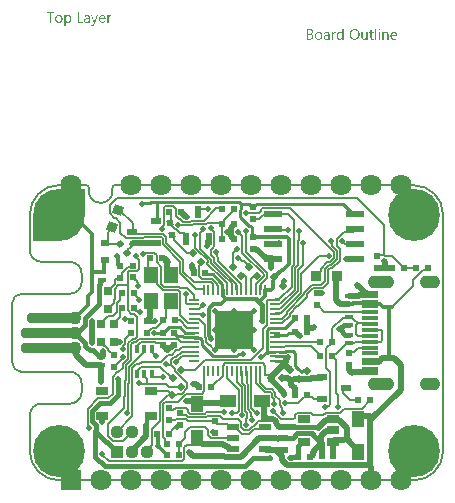
<source format=gtl>
G04*
G04 #@! TF.GenerationSoftware,Altium Limited,Altium Designer,22.10.1 (41)*
G04*
G04 Layer_Physical_Order=1*
G04 Layer_Color=255*
%FSAX26Y26*%
%MOIN*%
G70*
G04*
G04 #@! TF.SameCoordinates,707F0866-B51C-4875-9159-03E13B4690FC*
G04*
G04*
G04 #@! TF.FilePolarity,Positive*
G04*
G01*
G75*
%ADD10C,0.019685*%
%ADD11C,0.007874*%
%ADD16C,0.011811*%
%ADD18C,0.005118*%
%ADD20R,0.035433X0.023622*%
%ADD22R,0.021654X0.019685*%
%ADD23R,0.021654X0.019685*%
%ADD24R,0.019685X0.021654*%
%ADD25R,0.057087X0.011811*%
%ADD26R,0.015748X0.031496*%
%ADD27R,0.053150X0.043307*%
%ADD28R,0.019685X0.021654*%
%ADD29R,0.038000X0.036000*%
%ADD30R,0.022000X0.042000*%
%ADD31R,0.007874X0.034449*%
%ADD32R,0.034449X0.007874*%
%ADD33R,0.039370X0.027559*%
%ADD34R,0.039370X0.023622*%
%ADD35R,0.025591X0.031496*%
G04:AMPARAMS|DCode=36|XSize=21.654mil|YSize=19.685mil|CornerRadius=0mil|HoleSize=0mil|Usage=FLASHONLY|Rotation=225.000|XOffset=0mil|YOffset=0mil|HoleType=Round|Shape=Rectangle|*
%AMROTATEDRECTD36*
4,1,4,0.000696,0.014615,0.014615,0.000696,-0.000696,-0.014615,-0.014615,-0.000696,0.000696,0.014615,0.0*
%
%ADD36ROTATEDRECTD36*%

G04:AMPARAMS|DCode=37|XSize=19.685mil|YSize=21.654mil|CornerRadius=0mil|HoleSize=0mil|Usage=FLASHONLY|Rotation=135.000|XOffset=0mil|YOffset=0mil|HoleType=Round|Shape=Rectangle|*
%AMROTATEDRECTD37*
4,1,4,0.014615,0.000696,-0.000696,-0.014615,-0.014615,-0.000696,0.000696,0.014615,0.014615,0.000696,0.0*
%
%ADD37ROTATEDRECTD37*%

G04:AMPARAMS|DCode=38|XSize=21.654mil|YSize=19.685mil|CornerRadius=0mil|HoleSize=0mil|Usage=FLASHONLY|Rotation=10.000|XOffset=0mil|YOffset=0mil|HoleType=Round|Shape=Rectangle|*
%AMROTATEDRECTD38*
4,1,4,-0.008953,-0.011573,-0.012371,0.007813,0.008953,0.011573,0.012371,-0.007813,-0.008953,-0.011573,0.0*
%
%ADD38ROTATEDRECTD38*%

%ADD39R,0.043307X0.053150*%
G04:AMPARAMS|DCode=40|XSize=30mil|YSize=32mil|CornerRadius=0mil|HoleSize=0mil|Usage=FLASHONLY|Rotation=70.000|XOffset=0mil|YOffset=0mil|HoleType=Round|Shape=Rectangle|*
%AMROTATEDRECTD40*
4,1,4,0.009905,-0.019568,-0.020165,-0.008623,-0.009905,0.019568,0.020165,0.008623,0.009905,-0.019568,0.0*
%
%ADD40ROTATEDRECTD40*%

G04:AMPARAMS|DCode=42|XSize=21.654mil|YSize=19.685mil|CornerRadius=0mil|HoleSize=0mil|Usage=FLASHONLY|Rotation=135.000|XOffset=0mil|YOffset=0mil|HoleType=Round|Shape=Rectangle|*
%AMROTATEDRECTD42*
4,1,4,0.014615,-0.000696,0.000696,-0.014615,-0.014615,0.000696,-0.000696,0.014615,0.014615,-0.000696,0.0*
%
%ADD42ROTATEDRECTD42*%

%ADD43R,0.062992X0.023622*%
%ADD44R,0.047244X0.055118*%
G04:AMPARAMS|DCode=45|XSize=19.685mil|YSize=21.654mil|CornerRadius=0mil|HoleSize=0mil|Usage=FLASHONLY|Rotation=130.000|XOffset=0mil|YOffset=0mil|HoleType=Round|Shape=Rectangle|*
%AMROTATEDRECTD45*
4,1,4,0.014620,-0.000580,-0.001967,-0.014499,-0.014620,0.000580,0.001967,0.014499,0.014620,-0.000580,0.0*
%
%ADD45ROTATEDRECTD45*%

G04:AMPARAMS|DCode=46|XSize=19.685mil|YSize=21.654mil|CornerRadius=0mil|HoleSize=0mil|Usage=FLASHONLY|Rotation=45.000|XOffset=0mil|YOffset=0mil|HoleType=Round|Shape=Rectangle|*
%AMROTATEDRECTD46*
4,1,4,0.000696,-0.014615,-0.014615,0.000696,-0.000696,0.014615,0.014615,-0.000696,0.000696,-0.014615,0.0*
%
%ADD46ROTATEDRECTD46*%

%ADD47R,0.041339X0.025591*%
%ADD48R,0.031496X0.023622*%
%ADD50C,0.003937*%
G04:AMPARAMS|DCode=60|XSize=35.433mil|YSize=188.976mil|CornerRadius=13.819mil|HoleSize=0mil|Usage=FLASHONLY|Rotation=90.000|XOffset=0mil|YOffset=0mil|HoleType=Round|Shape=RoundedRectangle|*
%AMROUNDEDRECTD60*
21,1,0.035433,0.161339,0,0,90.0*
21,1,0.007795,0.188976,0,0,90.0*
1,1,0.027638,0.080669,0.003898*
1,1,0.027638,0.080669,-0.003898*
1,1,0.027638,-0.080669,-0.003898*
1,1,0.027638,-0.080669,0.003898*
%
%ADD60ROUNDEDRECTD60*%
G04:AMPARAMS|DCode=61|XSize=35.433mil|YSize=169.291mil|CornerRadius=13.819mil|HoleSize=0mil|Usage=FLASHONLY|Rotation=90.000|XOffset=0mil|YOffset=0mil|HoleType=Round|Shape=RoundedRectangle|*
%AMROUNDEDRECTD61*
21,1,0.035433,0.141654,0,0,90.0*
21,1,0.007795,0.169291,0,0,90.0*
1,1,0.027638,0.070827,0.003898*
1,1,0.027638,0.070827,-0.003898*
1,1,0.027638,-0.070827,-0.003898*
1,1,0.027638,-0.070827,0.003898*
%
%ADD61ROUNDEDRECTD61*%
%ADD88C,0.043307*%
%ADD92R,0.027559X0.015748*%
%ADD93R,0.125984X0.125984*%
%ADD94R,0.031496X0.031496*%
%ADD95C,0.009842*%
%ADD96C,0.015748*%
%ADD97C,0.017716*%
%ADD98C,0.070866*%
G04:AMPARAMS|DCode=99|XSize=43.307mil|YSize=86.614mil|CornerRadius=19.488mil|HoleSize=0mil|Usage=FLASHONLY|Rotation=90.000|XOffset=0mil|YOffset=0mil|HoleType=Round|Shape=RoundedRectangle|*
%AMROUNDEDRECTD99*
21,1,0.043307,0.047638,0,0,90.0*
21,1,0.004331,0.086614,0,0,90.0*
1,1,0.038976,0.023819,0.002165*
1,1,0.038976,0.023819,-0.002165*
1,1,0.038976,-0.023819,-0.002165*
1,1,0.038976,-0.023819,0.002165*
%
%ADD99ROUNDEDRECTD99*%
G04:AMPARAMS|DCode=100|XSize=43.307mil|YSize=66.929mil|CornerRadius=19.488mil|HoleSize=0mil|Usage=FLASHONLY|Rotation=90.000|XOffset=0mil|YOffset=0mil|HoleType=Round|Shape=RoundedRectangle|*
%AMROUNDEDRECTD100*
21,1,0.043307,0.027953,0,0,90.0*
21,1,0.004331,0.066929,0,0,90.0*
1,1,0.038976,0.013976,0.002165*
1,1,0.038976,0.013976,-0.002165*
1,1,0.038976,-0.013976,-0.002165*
1,1,0.038976,-0.013976,0.002165*
%
%ADD100ROUNDEDRECTD100*%
%ADD101R,0.070866X0.070866*%
%ADD102C,0.173228*%
%ADD103C,0.019685*%
%ADD104C,0.043701*%
%ADD105R,0.043701X0.043701*%
%ADD106C,0.023622*%
G36*
X-00559861Y01059104D02*
X-00559522Y01059073D01*
X-00559120Y01059042D01*
X-00558656Y01058949D01*
X-00558131Y01058857D01*
X-00557544Y01058702D01*
X-00556957Y01058517D01*
X-00556339Y01058300D01*
X-00555721Y01058022D01*
X-00555072Y01057713D01*
X-00554454Y01057312D01*
X-00553867Y01056848D01*
X-00553280Y01056323D01*
X-00552755Y01055736D01*
X-00552724Y01055705D01*
X-00552631Y01055581D01*
X-00552507Y01055396D01*
X-00552322Y01055118D01*
X-00552136Y01054778D01*
X-00551889Y01054376D01*
X-00551642Y01053882D01*
X-00551395Y01053356D01*
X-00551148Y01052738D01*
X-00550900Y01052059D01*
X-00550653Y01051317D01*
X-00550468Y01050514D01*
X-00550283Y01049648D01*
X-00550159Y01048721D01*
X-00550066Y01047733D01*
X-00550035Y01046713D01*
X-00550035Y01046682D01*
X-00550035Y01046651D01*
X-00550035Y01046558D01*
X-00550035Y01046435D01*
X-00550066Y01046095D01*
X-00550097Y01045662D01*
X-00550128Y01045137D01*
X-00550190Y01044519D01*
X-00550283Y01043839D01*
X-00550406Y01043098D01*
X-00550591Y01042325D01*
X-00550777Y01041491D01*
X-00551024Y01040656D01*
X-00551333Y01039822D01*
X-00551673Y01038988D01*
X-00552075Y01038153D01*
X-00552569Y01037381D01*
X-00553094Y01036639D01*
X-00553125Y01036609D01*
X-00553249Y01036485D01*
X-00553403Y01036300D01*
X-00553651Y01036052D01*
X-00553960Y01035774D01*
X-00554330Y01035434D01*
X-00554794Y01035094D01*
X-00555288Y01034755D01*
X-00555845Y01034415D01*
X-00556493Y01034075D01*
X-00557173Y01033735D01*
X-00557915Y01033457D01*
X-00558718Y01033209D01*
X-00559583Y01033024D01*
X-00560510Y01032900D01*
X-00561468Y01032870D01*
X-00561685Y01032870D01*
X-00561932Y01032900D01*
X-00562272Y01032931D01*
X-00562673Y01032993D01*
X-00563137Y01033086D01*
X-00563662Y01033209D01*
X-00564249Y01033395D01*
X-00564836Y01033611D01*
X-00565454Y01033889D01*
X-00566072Y01034229D01*
X-00566721Y01034631D01*
X-00567339Y01035125D01*
X-00567926Y01035681D01*
X-00568483Y01036330D01*
X-00569008Y01037072D01*
X-00569101Y01037072D01*
X-00569101Y01021931D01*
X-00573118Y01021931D01*
X-00573118Y01058547D01*
X-00569101Y01058547D01*
X-00569101Y01054129D01*
X-00569008Y01054129D01*
X-00568977Y01054191D01*
X-00568853Y01054345D01*
X-00568699Y01054592D01*
X-00568452Y01054901D01*
X-00568143Y01055303D01*
X-00567772Y01055705D01*
X-00567308Y01056168D01*
X-00566814Y01056632D01*
X-00566227Y01057095D01*
X-00565578Y01057559D01*
X-00564867Y01057960D01*
X-00564095Y01058362D01*
X-00563260Y01058671D01*
X-00562333Y01058918D01*
X-00561376Y01059073D01*
X-00560325Y01059135D01*
X-00560109Y01059135D01*
X-00559861Y01059104D01*
X-00559861Y01059104D02*
G37*
G36*
X-00418957Y01058949D02*
X-00418618Y01058949D01*
X-00418247Y01058887D01*
X-00417845Y01058826D01*
X-00417443Y01058764D01*
X-00417103Y01058640D01*
X-00417103Y01054469D01*
X-00417165Y01054500D01*
X-00417289Y01054592D01*
X-00417536Y01054716D01*
X-00417876Y01054870D01*
X-00418339Y01055025D01*
X-00418834Y01055149D01*
X-00419452Y01055241D01*
X-00420163Y01055272D01*
X-00420410Y01055272D01*
X-00420595Y01055241D01*
X-00420812Y01055210D01*
X-00421059Y01055149D01*
X-00421646Y01054963D01*
X-00421986Y01054840D01*
X-00422326Y01054685D01*
X-00422696Y01054469D01*
X-00423067Y01054252D01*
X-00423407Y01053974D01*
X-00423778Y01053634D01*
X-00424118Y01053264D01*
X-00424458Y01052831D01*
X-00424489Y01052800D01*
X-00424519Y01052707D01*
X-00424612Y01052584D01*
X-00424736Y01052398D01*
X-00424859Y01052151D01*
X-00425014Y01051842D01*
X-00425168Y01051502D01*
X-00425323Y01051101D01*
X-00425477Y01050668D01*
X-00425632Y01050174D01*
X-00425786Y01049617D01*
X-00425910Y01049030D01*
X-00426034Y01048381D01*
X-00426126Y01047702D01*
X-00426157Y01046991D01*
X-00426188Y01046218D01*
X-00426188Y01033457D01*
X-00430205Y01033457D01*
X-00430205Y01058547D01*
X-00426188Y01058547D01*
X-00426188Y01053356D01*
X-00426095Y01053356D01*
X-00426095Y01053387D01*
X-00426065Y01053480D01*
X-00426003Y01053603D01*
X-00425941Y01053789D01*
X-00425848Y01054005D01*
X-00425725Y01054283D01*
X-00425447Y01054870D01*
X-00425076Y01055550D01*
X-00424612Y01056230D01*
X-00424087Y01056879D01*
X-00423469Y01057497D01*
X-00423438Y01057528D01*
X-00423376Y01057559D01*
X-00423284Y01057620D01*
X-00423160Y01057744D01*
X-00423005Y01057837D01*
X-00422789Y01057960D01*
X-00422326Y01058238D01*
X-00421738Y01058517D01*
X-00421059Y01058764D01*
X-00420317Y01058918D01*
X-00419915Y01058949D01*
X-00419514Y01058980D01*
X-00419267Y01058980D01*
X-00418957Y01058949D01*
X-00418957Y01058949D02*
G37*
G36*
X-00472291Y01029440D02*
X-00472291Y01029409D01*
X-00472322Y01029347D01*
X-00472384Y01029254D01*
X-00472445Y01029100D01*
X-00472507Y01028914D01*
X-00472600Y01028729D01*
X-00472847Y01028235D01*
X-00473187Y01027648D01*
X-00473558Y01026968D01*
X-00474021Y01026288D01*
X-00474547Y01025546D01*
X-00475134Y01024836D01*
X-00475783Y01024125D01*
X-00476493Y01023445D01*
X-00477266Y01022858D01*
X-00478100Y01022364D01*
X-00478533Y01022178D01*
X-00478996Y01021993D01*
X-00479460Y01021838D01*
X-00479954Y01021746D01*
X-00480449Y01021684D01*
X-00480974Y01021653D01*
X-00481221Y01021653D01*
X-00481530Y01021684D01*
X-00481901Y01021684D01*
X-00482303Y01021746D01*
X-00482735Y01021807D01*
X-00483199Y01021869D01*
X-00483600Y01021993D01*
X-00483600Y01025577D01*
X-00483538Y01025546D01*
X-00483384Y01025515D01*
X-00483137Y01025454D01*
X-00482828Y01025361D01*
X-00482457Y01025268D01*
X-00482055Y01025206D01*
X-00481623Y01025176D01*
X-00481221Y01025145D01*
X-00481097Y01025145D01*
X-00480943Y01025176D01*
X-00480727Y01025206D01*
X-00480479Y01025268D01*
X-00480170Y01025330D01*
X-00479861Y01025454D01*
X-00479491Y01025608D01*
X-00479151Y01025793D01*
X-00478749Y01026041D01*
X-00478378Y01026319D01*
X-00478007Y01026659D01*
X-00477637Y01027091D01*
X-00477266Y01027555D01*
X-00476957Y01028111D01*
X-00476648Y01028760D01*
X-00474639Y01033488D01*
X-00484435Y01058547D01*
X-00479985Y01058547D01*
X-00473187Y01039235D01*
X-00473187Y01039204D01*
X-00473156Y01039142D01*
X-00473125Y01039050D01*
X-00473063Y01038864D01*
X-00473002Y01038617D01*
X-00472940Y01038277D01*
X-00472816Y01037844D01*
X-00472693Y01037319D01*
X-00472538Y01037319D01*
X-00472538Y01037350D01*
X-00472507Y01037443D01*
X-00472476Y01037566D01*
X-00472414Y01037783D01*
X-00472353Y01038030D01*
X-00472291Y01038339D01*
X-00472167Y01038741D01*
X-00472044Y01039173D01*
X-00464906Y01058547D01*
X-00460765Y01058547D01*
X-00472291Y01029440D01*
X-00472291Y01029440D02*
G37*
G36*
X-00496764Y01059104D02*
X-00496547Y01059104D01*
X-00496331Y01059073D01*
X-00496053Y01059042D01*
X-00495744Y01058980D01*
X-00495095Y01058857D01*
X-00494323Y01058640D01*
X-00493550Y01058362D01*
X-00492716Y01057960D01*
X-00491882Y01057466D01*
X-00491480Y01057188D01*
X-00491078Y01056848D01*
X-00490707Y01056477D01*
X-00490337Y01056106D01*
X-00489997Y01055674D01*
X-00489688Y01055179D01*
X-00489379Y01054685D01*
X-00489101Y01054129D01*
X-00488884Y01053511D01*
X-00488668Y01052862D01*
X-00488513Y01052182D01*
X-00488390Y01051410D01*
X-00488328Y01050637D01*
X-00488297Y01049772D01*
X-00488297Y01033457D01*
X-00492314Y01033457D01*
X-00492314Y01037350D01*
X-00492407Y01037350D01*
X-00492438Y01037288D01*
X-00492530Y01037165D01*
X-00492685Y01036948D01*
X-00492901Y01036639D01*
X-00493179Y01036300D01*
X-00493519Y01035929D01*
X-00493890Y01035527D01*
X-00494353Y01035125D01*
X-00494879Y01034693D01*
X-00495435Y01034291D01*
X-00496084Y01033920D01*
X-00496764Y01033580D01*
X-00497536Y01033271D01*
X-00498340Y01033055D01*
X-00499205Y01032931D01*
X-00500132Y01032870D01*
X-00500503Y01032870D01*
X-00500750Y01032900D01*
X-00501059Y01032931D01*
X-00501430Y01032962D01*
X-00501831Y01033024D01*
X-00502264Y01033117D01*
X-00503222Y01033364D01*
X-00503685Y01033518D01*
X-00504180Y01033704D01*
X-00504674Y01033920D01*
X-00505138Y01034198D01*
X-00505570Y01034507D01*
X-00506003Y01034847D01*
X-00506034Y01034878D01*
X-00506096Y01034940D01*
X-00506188Y01035063D01*
X-00506343Y01035218D01*
X-00506497Y01035403D01*
X-00506652Y01035651D01*
X-00506868Y01035929D01*
X-00507053Y01036238D01*
X-00507239Y01036609D01*
X-00507424Y01037010D01*
X-00507610Y01037443D01*
X-00507764Y01037906D01*
X-00507919Y01038401D01*
X-00508011Y01038926D01*
X-00508073Y01039513D01*
X-00508104Y01040100D01*
X-00508104Y01040131D01*
X-00508104Y01040193D01*
X-00508104Y01040286D01*
X-00508073Y01040409D01*
X-00508073Y01040564D01*
X-00508042Y01040749D01*
X-00507980Y01041213D01*
X-00507857Y01041769D01*
X-00507671Y01042387D01*
X-00507424Y01043067D01*
X-00507053Y01043777D01*
X-00506621Y01044488D01*
X-00506096Y01045199D01*
X-00505756Y01045539D01*
X-00505416Y01045879D01*
X-00505014Y01046218D01*
X-00504612Y01046527D01*
X-00504149Y01046836D01*
X-00503654Y01047114D01*
X-00503129Y01047362D01*
X-00502542Y01047609D01*
X-00501924Y01047825D01*
X-00501275Y01048011D01*
X-00500564Y01048165D01*
X-00499823Y01048289D01*
X-00492314Y01049339D01*
X-00492314Y01049370D01*
X-00492314Y01049401D01*
X-00492314Y01049494D01*
X-00492314Y01049617D01*
X-00492345Y01049926D01*
X-00492407Y01050328D01*
X-00492469Y01050822D01*
X-00492592Y01051379D01*
X-00492747Y01051935D01*
X-00492963Y01052553D01*
X-00493241Y01053140D01*
X-00493581Y01053727D01*
X-00493983Y01054252D01*
X-00494477Y01054747D01*
X-00495095Y01055149D01*
X-00495775Y01055457D01*
X-00496146Y01055581D01*
X-00496578Y01055674D01*
X-00497011Y01055705D01*
X-00497474Y01055736D01*
X-00497691Y01055736D01*
X-00497907Y01055705D01*
X-00498247Y01055674D01*
X-00498649Y01055643D01*
X-00499112Y01055581D01*
X-00499637Y01055488D01*
X-00500194Y01055365D01*
X-00500812Y01055179D01*
X-00501461Y01054994D01*
X-00502140Y01054747D01*
X-00502851Y01054438D01*
X-00503562Y01054067D01*
X-00504272Y01053665D01*
X-00504983Y01053202D01*
X-00505663Y01052646D01*
X-00505663Y01056755D01*
X-00505632Y01056786D01*
X-00505508Y01056848D01*
X-00505292Y01056972D01*
X-00505014Y01057126D01*
X-00504643Y01057312D01*
X-00504241Y01057497D01*
X-00503747Y01057713D01*
X-00503191Y01057960D01*
X-00502604Y01058177D01*
X-00501955Y01058393D01*
X-00501244Y01058578D01*
X-00500503Y01058764D01*
X-00499699Y01058918D01*
X-00498896Y01059042D01*
X-00498031Y01059104D01*
X-00497135Y01059135D01*
X-00496918Y01059135D01*
X-00496764Y01059104D01*
X-00496764Y01059104D02*
G37*
G36*
X-00525192Y01037165D02*
X-00511070Y01037165D01*
X-00511070Y01033457D01*
X-00529301Y01033457D01*
X-00529301Y01068590D01*
X-00525192Y01068590D01*
X-00525192Y01037165D01*
X-00525192Y01037165D02*
G37*
G36*
X-00607509Y01064851D02*
X-00617644Y01064851D01*
X-00617644Y01033457D01*
X-00621754Y01033457D01*
X-00621754Y01064851D01*
X-00631889Y01064851D01*
X-00631889Y01068590D01*
X-00607509Y01068590D01*
X-00607509Y01064851D01*
X-00607509Y01064851D02*
G37*
G36*
X-00446119Y01059104D02*
X-00445779Y01059073D01*
X-00445346Y01059042D01*
X-00444883Y01058980D01*
X-00444357Y01058857D01*
X-00443801Y01058733D01*
X-00443183Y01058578D01*
X-00442565Y01058362D01*
X-00441947Y01058084D01*
X-00441298Y01057775D01*
X-00440680Y01057404D01*
X-00440093Y01056972D01*
X-00439506Y01056477D01*
X-00438981Y01055921D01*
X-00438950Y01055890D01*
X-00438857Y01055766D01*
X-00438733Y01055581D01*
X-00438548Y01055334D01*
X-00438363Y01055025D01*
X-00438115Y01054623D01*
X-00437868Y01054160D01*
X-00437621Y01053634D01*
X-00437374Y01053016D01*
X-00437127Y01052368D01*
X-00436880Y01051626D01*
X-00436694Y01050853D01*
X-00436509Y01049988D01*
X-00436385Y01049092D01*
X-00436292Y01048103D01*
X-00436262Y01047084D01*
X-00436262Y01044982D01*
X-00453998Y01044982D01*
X-00453998Y01044921D01*
X-00453998Y01044797D01*
X-00453967Y01044581D01*
X-00453936Y01044303D01*
X-00453905Y01043932D01*
X-00453844Y01043530D01*
X-00453782Y01043098D01*
X-00453658Y01042603D01*
X-00453380Y01041553D01*
X-00453195Y01041027D01*
X-00452978Y01040471D01*
X-00452731Y01039946D01*
X-00452453Y01039420D01*
X-00452113Y01038957D01*
X-00451742Y01038493D01*
X-00451712Y01038463D01*
X-00451650Y01038401D01*
X-00451526Y01038277D01*
X-00451341Y01038153D01*
X-00451124Y01037968D01*
X-00450846Y01037783D01*
X-00450537Y01037566D01*
X-00450197Y01037381D01*
X-00449796Y01037165D01*
X-00449332Y01036948D01*
X-00448869Y01036763D01*
X-00448312Y01036578D01*
X-00447756Y01036454D01*
X-00447138Y01036330D01*
X-00446489Y01036269D01*
X-00445810Y01036238D01*
X-00445624Y01036238D01*
X-00445408Y01036269D01*
X-00445099Y01036269D01*
X-00444728Y01036330D01*
X-00444296Y01036392D01*
X-00443801Y01036485D01*
X-00443245Y01036578D01*
X-00442658Y01036732D01*
X-00442040Y01036918D01*
X-00441391Y01037134D01*
X-00440742Y01037412D01*
X-00440062Y01037721D01*
X-00439382Y01038092D01*
X-00438703Y01038524D01*
X-00438023Y01039019D01*
X-00438023Y01035249D01*
X-00438054Y01035218D01*
X-00438177Y01035156D01*
X-00438363Y01035033D01*
X-00438610Y01034878D01*
X-00438950Y01034693D01*
X-00439351Y01034507D01*
X-00439815Y01034291D01*
X-00440340Y01034075D01*
X-00440958Y01033828D01*
X-00441607Y01033611D01*
X-00442318Y01033426D01*
X-00443090Y01033240D01*
X-00443925Y01033086D01*
X-00444821Y01032962D01*
X-00445779Y01032900D01*
X-00446767Y01032870D01*
X-00447015Y01032870D01*
X-00447262Y01032900D01*
X-00447633Y01032931D01*
X-00448096Y01032962D01*
X-00448622Y01033055D01*
X-00449178Y01033148D01*
X-00449796Y01033302D01*
X-00450445Y01033488D01*
X-00451124Y01033704D01*
X-00451835Y01033982D01*
X-00452515Y01034291D01*
X-00453226Y01034693D01*
X-00453875Y01035156D01*
X-00454523Y01035681D01*
X-00455111Y01036269D01*
X-00455141Y01036300D01*
X-00455234Y01036423D01*
X-00455389Y01036639D01*
X-00455574Y01036918D01*
X-00455821Y01037257D01*
X-00456068Y01037690D01*
X-00456346Y01038184D01*
X-00456625Y01038772D01*
X-00456903Y01039389D01*
X-00457181Y01040131D01*
X-00457428Y01040904D01*
X-00457675Y01041769D01*
X-00457861Y01042696D01*
X-00458015Y01043685D01*
X-00458108Y01044766D01*
X-00458139Y01045879D01*
X-00458139Y01045909D01*
X-00458139Y01045940D01*
X-00458139Y01046033D01*
X-00458139Y01046126D01*
X-00458108Y01046435D01*
X-00458077Y01046867D01*
X-00458046Y01047362D01*
X-00457953Y01047918D01*
X-00457861Y01048567D01*
X-00457737Y01049277D01*
X-00457552Y01050019D01*
X-00457335Y01050792D01*
X-00457057Y01051595D01*
X-00456748Y01052398D01*
X-00456377Y01053171D01*
X-00455914Y01053974D01*
X-00455420Y01054716D01*
X-00454832Y01055427D01*
X-00454801Y01055457D01*
X-00454678Y01055581D01*
X-00454493Y01055766D01*
X-00454245Y01056014D01*
X-00453905Y01056292D01*
X-00453504Y01056601D01*
X-00453071Y01056941D01*
X-00452546Y01057281D01*
X-00451990Y01057620D01*
X-00451341Y01057960D01*
X-00450661Y01058269D01*
X-00449950Y01058547D01*
X-00449178Y01058795D01*
X-00448343Y01058980D01*
X-00447478Y01059104D01*
X-00446582Y01059135D01*
X-00446366Y01059135D01*
X-00446119Y01059104D01*
X-00446119Y01059104D02*
G37*
G36*
X-00590916Y01059104D02*
X-00590514Y01059073D01*
X-00590051Y01059042D01*
X-00589495Y01058949D01*
X-00588908Y01058857D01*
X-00588259Y01058702D01*
X-00587548Y01058517D01*
X-00586837Y01058300D01*
X-00586126Y01058022D01*
X-00585385Y01057682D01*
X-00584674Y01057281D01*
X-00583963Y01056817D01*
X-00583315Y01056292D01*
X-00582697Y01055674D01*
X-00582666Y01055643D01*
X-00582573Y01055519D01*
X-00582418Y01055303D01*
X-00582202Y01055025D01*
X-00581955Y01054685D01*
X-00581708Y01054252D01*
X-00581399Y01053758D01*
X-00581121Y01053171D01*
X-00580812Y01052522D01*
X-00580534Y01051811D01*
X-00580286Y01051039D01*
X-00580039Y01050174D01*
X-00579823Y01049247D01*
X-00579668Y01048258D01*
X-00579576Y01047207D01*
X-00579545Y01046095D01*
X-00579545Y01046064D01*
X-00579545Y01046033D01*
X-00579545Y01045940D01*
X-00579545Y01045817D01*
X-00579576Y01045508D01*
X-00579607Y01045106D01*
X-00579638Y01044581D01*
X-00579730Y01043994D01*
X-00579823Y01043345D01*
X-00579977Y01042634D01*
X-00580163Y01041892D01*
X-00580379Y01041089D01*
X-00580657Y01040286D01*
X-00580966Y01039482D01*
X-00581368Y01038679D01*
X-00581831Y01037906D01*
X-00582357Y01037165D01*
X-00582944Y01036454D01*
X-00582975Y01036423D01*
X-00583098Y01036300D01*
X-00583284Y01036114D01*
X-00583562Y01035898D01*
X-00583902Y01035620D01*
X-00584303Y01035311D01*
X-00584798Y01035002D01*
X-00585354Y01034662D01*
X-00585972Y01034322D01*
X-00586652Y01034013D01*
X-00587393Y01033704D01*
X-00588197Y01033426D01*
X-00589093Y01033209D01*
X-00590020Y01033024D01*
X-00590978Y01032900D01*
X-00592028Y01032870D01*
X-00592276Y01032870D01*
X-00592554Y01032900D01*
X-00592955Y01032931D01*
X-00593419Y01032962D01*
X-00593975Y01033055D01*
X-00594562Y01033148D01*
X-00595211Y01033302D01*
X-00595922Y01033488D01*
X-00596633Y01033735D01*
X-00597374Y01034013D01*
X-00598116Y01034353D01*
X-00598857Y01034755D01*
X-00599599Y01035218D01*
X-00600279Y01035743D01*
X-00600928Y01036361D01*
X-00600958Y01036392D01*
X-00601082Y01036516D01*
X-00601237Y01036732D01*
X-00601453Y01037010D01*
X-00601700Y01037350D01*
X-00601978Y01037783D01*
X-00602256Y01038277D01*
X-00602565Y01038864D01*
X-00602874Y01039482D01*
X-00603183Y01040193D01*
X-00603461Y01040965D01*
X-00603709Y01041800D01*
X-00603925Y01042665D01*
X-00604079Y01043623D01*
X-00604203Y01044642D01*
X-00604234Y01045693D01*
X-00604234Y01045724D01*
X-00604234Y01045755D01*
X-00604234Y01045848D01*
X-00604234Y01045971D01*
X-00604203Y01046311D01*
X-00604172Y01046744D01*
X-00604141Y01047269D01*
X-00604048Y01047887D01*
X-00603956Y01048567D01*
X-00603801Y01049308D01*
X-00603616Y01050081D01*
X-00603400Y01050884D01*
X-00603121Y01051719D01*
X-00602782Y01052553D01*
X-00602380Y01053356D01*
X-00601947Y01054129D01*
X-00601422Y01054870D01*
X-00600804Y01055581D01*
X-00600773Y01055612D01*
X-00600649Y01055736D01*
X-00600433Y01055921D01*
X-00600155Y01056137D01*
X-00599815Y01056415D01*
X-00599383Y01056694D01*
X-00598888Y01057033D01*
X-00598332Y01057373D01*
X-00597714Y01057682D01*
X-00597003Y01058022D01*
X-00596231Y01058300D01*
X-00595396Y01058578D01*
X-00594500Y01058795D01*
X-00593543Y01058980D01*
X-00592523Y01059104D01*
X-00591441Y01059135D01*
X-00591194Y01059135D01*
X-00590916Y01059104D01*
X-00590916Y01059104D02*
G37*
G36*
X00476936Y01013612D02*
X00477214Y01013550D01*
X00477493Y01013457D01*
X00477802Y01013303D01*
X00478111Y01013117D01*
X00478420Y01012870D01*
X00478450Y01012839D01*
X00478543Y01012747D01*
X00478667Y01012592D01*
X00478821Y01012376D01*
X00478945Y01012098D01*
X00479068Y01011789D01*
X00479161Y01011418D01*
X00479192Y01011016D01*
X00479192Y01010954D01*
X00479192Y01010831D01*
X00479161Y01010645D01*
X00479099Y01010367D01*
X00479007Y01010089D01*
X00478852Y01009780D01*
X00478667Y01009471D01*
X00478420Y01009162D01*
X00478389Y01009131D01*
X00478296Y01009039D01*
X00478111Y01008915D01*
X00477894Y01008791D01*
X00477616Y01008668D01*
X00477307Y01008544D01*
X00476967Y01008452D01*
X00476566Y01008421D01*
X00476380Y01008421D01*
X00476195Y01008452D01*
X00475917Y01008513D01*
X00475639Y01008606D01*
X00475330Y01008730D01*
X00475021Y01008884D01*
X00474712Y01009131D01*
X00474681Y01009162D01*
X00474588Y01009255D01*
X00474464Y01009440D01*
X00474341Y01009657D01*
X00474217Y01009904D01*
X00474094Y01010244D01*
X00474001Y01010615D01*
X00473970Y01011016D01*
X00473970Y01011078D01*
X00473970Y01011202D01*
X00474001Y01011418D01*
X00474063Y01011665D01*
X00474155Y01011974D01*
X00474279Y01012283D01*
X00474464Y01012592D01*
X00474712Y01012870D01*
X00474743Y01012901D01*
X00474835Y01012994D01*
X00475021Y01013117D01*
X00475237Y01013272D01*
X00475515Y01013395D01*
X00475824Y01013519D01*
X00476164Y01013612D01*
X00476566Y01013643D01*
X00476751Y01013643D01*
X00476936Y01013612D01*
X00476936Y01013612D02*
G37*
G36*
X00357261Y00976964D02*
X00353244Y00976964D01*
X00353244Y00981198D01*
X00353151Y00981198D01*
X00353120Y00981136D01*
X00353027Y00980981D01*
X00352842Y00980765D01*
X00352626Y00980456D01*
X00352317Y00980085D01*
X00351977Y00979684D01*
X00351544Y00979251D01*
X00351019Y00978788D01*
X00350463Y00978324D01*
X00349814Y00977891D01*
X00349103Y00977490D01*
X00348331Y00977119D01*
X00347496Y00976810D01*
X00346569Y00976594D01*
X00345580Y00976439D01*
X00344530Y00976377D01*
X00344314Y00976377D01*
X00344066Y00976408D01*
X00343757Y00976439D01*
X00343356Y00976470D01*
X00342892Y00976563D01*
X00342367Y00976655D01*
X00341811Y00976810D01*
X00341224Y00976964D01*
X00340606Y00977212D01*
X00339988Y00977459D01*
X00339339Y00977799D01*
X00338721Y00978169D01*
X00338103Y00978633D01*
X00337516Y00979158D01*
X00336959Y00979745D01*
X00336928Y00979776D01*
X00336836Y00979900D01*
X00336712Y00980085D01*
X00336527Y00980363D01*
X00336310Y00980703D01*
X00336063Y00981105D01*
X00335816Y00981599D01*
X00335569Y00982156D01*
X00335291Y00982774D01*
X00335044Y00983453D01*
X00334796Y00984226D01*
X00334580Y00985029D01*
X00334395Y00985894D01*
X00334271Y00986852D01*
X00334178Y00987841D01*
X00334147Y00988892D01*
X00334147Y00988923D01*
X00334147Y00988954D01*
X00334147Y00989046D01*
X00334147Y00989170D01*
X00334178Y00989479D01*
X00334209Y00989912D01*
X00334240Y00990468D01*
X00334302Y00991055D01*
X00334395Y00991735D01*
X00334549Y00992476D01*
X00334704Y00993249D01*
X00334920Y00994083D01*
X00335167Y00994886D01*
X00335476Y00995752D01*
X00335816Y00996555D01*
X00336249Y00997358D01*
X00336712Y00998131D01*
X00337268Y00998872D01*
X00337299Y00998903D01*
X00337423Y00999027D01*
X00337608Y00999212D01*
X00337856Y00999460D01*
X00338164Y00999738D01*
X00338535Y01000078D01*
X00338999Y01000418D01*
X00339493Y01000757D01*
X00340080Y01001097D01*
X00340698Y01001437D01*
X00341378Y01001777D01*
X00342120Y01002055D01*
X00342923Y01002302D01*
X00343788Y01002488D01*
X00344684Y01002611D01*
X00345642Y01002642D01*
X00345859Y01002642D01*
X00346137Y01002611D01*
X00346477Y01002581D01*
X00346909Y01002519D01*
X00347404Y01002426D01*
X00347929Y01002302D01*
X00348516Y01002148D01*
X00349134Y01001932D01*
X00349752Y01001654D01*
X00350370Y01001314D01*
X00350988Y01000912D01*
X00351575Y01000448D01*
X00352162Y00999923D01*
X00352688Y00999274D01*
X00353151Y00998563D01*
X00353244Y00998563D01*
X00353244Y01014106D01*
X00357261Y01014106D01*
X00357261Y00976964D01*
X00357261Y00976964D02*
G37*
G36*
X00499401Y01002611D02*
X00499679Y01002611D01*
X00500019Y01002550D01*
X00500420Y01002488D01*
X00500853Y01002426D01*
X00501317Y01002302D01*
X00501811Y01002179D01*
X00502336Y01001993D01*
X00502861Y01001777D01*
X00503387Y01001499D01*
X00503881Y01001190D01*
X00504376Y01000850D01*
X00504839Y01000418D01*
X00505272Y00999954D01*
X00505303Y00999923D01*
X00505364Y00999830D01*
X00505488Y00999676D01*
X00505612Y00999460D01*
X00505766Y00999182D01*
X00505952Y00998842D01*
X00506168Y00998440D01*
X00506384Y00998007D01*
X00506570Y00997482D01*
X00506786Y00996926D01*
X00506971Y00996277D01*
X00507126Y00995597D01*
X00507249Y00994856D01*
X00507373Y00994052D01*
X00507435Y00993218D01*
X00507466Y00992291D01*
X00507466Y00976964D01*
X00503449Y00976964D01*
X00503449Y00991271D01*
X00503449Y00991302D01*
X00503449Y00991364D01*
X00503449Y00991457D01*
X00503449Y00991611D01*
X00503418Y00991796D01*
X00503418Y00992013D01*
X00503356Y00992507D01*
X00503263Y00993125D01*
X00503140Y00993805D01*
X00502954Y00994516D01*
X00502707Y00995257D01*
X00502398Y00995999D01*
X00502027Y00996710D01*
X00501564Y00997389D01*
X00500977Y00998007D01*
X00500328Y00998502D01*
X00499957Y00998718D01*
X00499524Y00998903D01*
X00499092Y00999058D01*
X00498628Y00999151D01*
X00498134Y00999212D01*
X00497608Y00999243D01*
X00497330Y00999243D01*
X00497114Y00999212D01*
X00496867Y00999182D01*
X00496558Y00999120D01*
X00496218Y00999058D01*
X00495878Y00998965D01*
X00495476Y00998842D01*
X00495075Y00998687D01*
X00494673Y00998502D01*
X00494240Y00998285D01*
X00493839Y00998007D01*
X00493406Y00997698D01*
X00493004Y00997358D01*
X00492634Y00996957D01*
X00492603Y00996926D01*
X00492541Y00996864D01*
X00492448Y00996740D01*
X00492325Y00996555D01*
X00492170Y00996339D01*
X00492016Y00996061D01*
X00491830Y00995752D01*
X00491645Y00995412D01*
X00491459Y00995010D01*
X00491274Y00994577D01*
X00491120Y00994114D01*
X00490965Y00993620D01*
X00490841Y00993063D01*
X00490749Y00992507D01*
X00490687Y00991889D01*
X00490656Y00991271D01*
X00490656Y00976964D01*
X00486639Y00976964D01*
X00486639Y01002055D01*
X00490656Y01002055D01*
X00490656Y00997884D01*
X00490749Y00997884D01*
X00490780Y00997946D01*
X00490872Y00998100D01*
X00491058Y00998316D01*
X00491274Y00998625D01*
X00491583Y00998996D01*
X00491923Y00999398D01*
X00492356Y00999830D01*
X00492850Y01000263D01*
X00493406Y01000696D01*
X00494024Y01001128D01*
X00494704Y01001530D01*
X00495415Y01001901D01*
X00496218Y01002210D01*
X00497083Y01002426D01*
X00498010Y01002581D01*
X00498999Y01002642D01*
X00499184Y01002642D01*
X00499401Y01002611D01*
X00499401Y01002611D02*
G37*
G36*
X00329636Y01002457D02*
X00329976Y01002457D01*
X00330347Y01002395D01*
X00330748Y01002333D01*
X00331150Y01002271D01*
X00331490Y01002148D01*
X00331490Y00997976D01*
X00331428Y00998007D01*
X00331305Y00998100D01*
X00331058Y00998224D01*
X00330718Y00998378D01*
X00330254Y00998533D01*
X00329760Y00998656D01*
X00329142Y00998749D01*
X00328431Y00998780D01*
X00328184Y00998780D01*
X00327998Y00998749D01*
X00327782Y00998718D01*
X00327535Y00998656D01*
X00326948Y00998471D01*
X00326608Y00998347D01*
X00326268Y00998193D01*
X00325897Y00997976D01*
X00325526Y00997760D01*
X00325187Y00997482D01*
X00324816Y00997142D01*
X00324476Y00996771D01*
X00324136Y00996339D01*
X00324105Y00996308D01*
X00324074Y00996215D01*
X00323981Y00996091D01*
X00323858Y00995906D01*
X00323734Y00995659D01*
X00323580Y00995350D01*
X00323425Y00995010D01*
X00323271Y00994608D01*
X00323116Y00994176D01*
X00322962Y00993681D01*
X00322807Y00993125D01*
X00322684Y00992538D01*
X00322560Y00991889D01*
X00322467Y00991209D01*
X00322436Y00990499D01*
X00322406Y00989726D01*
X00322406Y00976964D01*
X00318389Y00976964D01*
X00318389Y01002055D01*
X00322406Y01002055D01*
X00322406Y00996864D01*
X00322498Y00996864D01*
X00322498Y00996895D01*
X00322529Y00996988D01*
X00322591Y00997111D01*
X00322653Y00997297D01*
X00322745Y00997513D01*
X00322869Y00997791D01*
X00323147Y00998378D01*
X00323518Y00999058D01*
X00323981Y00999738D01*
X00324507Y01000387D01*
X00325125Y01001005D01*
X00325156Y01001035D01*
X00325217Y01001066D01*
X00325310Y01001128D01*
X00325434Y01001252D01*
X00325588Y01001345D01*
X00325805Y01001468D01*
X00326268Y01001746D01*
X00326855Y01002024D01*
X00327535Y01002271D01*
X00328276Y01002426D01*
X00328678Y01002457D01*
X00329080Y01002488D01*
X00329327Y01002488D01*
X00329636Y01002457D01*
X00329636Y01002457D02*
G37*
G36*
X00437261Y00976964D02*
X00433244Y00976964D01*
X00433244Y00980920D01*
X00433151Y00980920D01*
X00433120Y00980858D01*
X00433027Y00980734D01*
X00432873Y00980487D01*
X00432688Y00980209D01*
X00432409Y00979869D01*
X00432070Y00979498D01*
X00431699Y00979066D01*
X00431235Y00978664D01*
X00430741Y00978231D01*
X00430154Y00977830D01*
X00429536Y00977428D01*
X00428825Y00977088D01*
X00428053Y00976810D01*
X00427249Y00976563D01*
X00426353Y00976439D01*
X00425395Y00976377D01*
X00425179Y00976377D01*
X00425024Y00976408D01*
X00424808Y00976408D01*
X00424561Y00976439D01*
X00424283Y00976501D01*
X00424005Y00976532D01*
X00423325Y00976717D01*
X00422552Y00976933D01*
X00421749Y00977273D01*
X00421347Y00977490D01*
X00420915Y00977706D01*
X00420482Y00977984D01*
X00420080Y00978262D01*
X00419679Y00978602D01*
X00419277Y00978973D01*
X00418875Y00979405D01*
X00418505Y00979838D01*
X00418165Y00980332D01*
X00417825Y00980889D01*
X00417547Y00981476D01*
X00417269Y00982094D01*
X00417021Y00982774D01*
X00416805Y00983515D01*
X00416651Y00984319D01*
X00416527Y00985153D01*
X00416465Y00986080D01*
X00416434Y00987038D01*
X00416434Y01002055D01*
X00420420Y01002055D01*
X00420420Y00987687D01*
X00420420Y00987656D01*
X00420420Y00987594D01*
X00420420Y00987501D01*
X00420420Y00987347D01*
X00420451Y00987161D01*
X00420451Y00986945D01*
X00420513Y00986451D01*
X00420606Y00985833D01*
X00420729Y00985184D01*
X00420946Y00984442D01*
X00421193Y00983731D01*
X00421502Y00982990D01*
X00421904Y00982248D01*
X00422398Y00981599D01*
X00422985Y00980981D01*
X00423696Y00980487D01*
X00424067Y00980271D01*
X00424499Y00980085D01*
X00424963Y00979931D01*
X00425426Y00979838D01*
X00425951Y00979776D01*
X00426508Y00979745D01*
X00426786Y00979745D01*
X00427002Y00979776D01*
X00427249Y00979807D01*
X00427527Y00979869D01*
X00427867Y00979931D01*
X00428207Y00980024D01*
X00428578Y00980116D01*
X00428980Y00980271D01*
X00429381Y00980456D01*
X00429783Y00980672D01*
X00430185Y00980920D01*
X00430586Y00981198D01*
X00430957Y00981538D01*
X00431328Y00981908D01*
X00431359Y00981939D01*
X00431421Y00982001D01*
X00431513Y00982125D01*
X00431637Y00982310D01*
X00431761Y00982526D01*
X00431946Y00982774D01*
X00432101Y00983083D01*
X00432286Y00983423D01*
X00432471Y00983824D01*
X00432626Y00984257D01*
X00432811Y00984720D01*
X00432935Y00985215D01*
X00433058Y00985771D01*
X00433151Y00986327D01*
X00433213Y00986945D01*
X00433244Y00987594D01*
X00433244Y01002055D01*
X00437261Y01002055D01*
X00437261Y00976964D01*
X00437261Y00976964D02*
G37*
G36*
X00478512Y00976964D02*
X00474495Y00976964D01*
X00474495Y01002055D01*
X00478512Y01002055D01*
X00478512Y00976964D01*
X00478512Y00976964D02*
G37*
G36*
X00466369Y00976964D02*
X00462352Y00976964D01*
X00462352Y01014106D01*
X00466369Y01014106D01*
X00466369Y00976964D01*
X00466369Y00976964D02*
G37*
G36*
X00302351Y01002611D02*
X00302568Y01002611D01*
X00302784Y01002581D01*
X00303062Y01002550D01*
X00303371Y01002488D01*
X00304020Y01002364D01*
X00304793Y01002148D01*
X00305565Y01001870D01*
X00306399Y01001468D01*
X00307234Y01000974D01*
X00307635Y01000696D01*
X00308037Y01000356D01*
X00308408Y00999985D01*
X00308779Y00999614D01*
X00309118Y00999182D01*
X00309428Y00998687D01*
X00309736Y00998193D01*
X00310015Y00997636D01*
X00310231Y00997019D01*
X00310447Y00996370D01*
X00310602Y00995690D01*
X00310725Y00994917D01*
X00310787Y00994145D01*
X00310818Y00993280D01*
X00310818Y00976964D01*
X00306801Y00976964D01*
X00306801Y00980858D01*
X00306708Y00980858D01*
X00306677Y00980796D01*
X00306585Y00980672D01*
X00306430Y00980456D01*
X00306214Y00980147D01*
X00305936Y00979807D01*
X00305596Y00979436D01*
X00305225Y00979035D01*
X00304762Y00978633D01*
X00304236Y00978200D01*
X00303680Y00977799D01*
X00303031Y00977428D01*
X00302351Y00977088D01*
X00301579Y00976779D01*
X00300776Y00976563D01*
X00299910Y00976439D01*
X00298983Y00976377D01*
X00298613Y00976377D01*
X00298365Y00976408D01*
X00298056Y00976439D01*
X00297685Y00976470D01*
X00297284Y00976532D01*
X00296851Y00976625D01*
X00295893Y00976872D01*
X00295430Y00977026D01*
X00294935Y00977212D01*
X00294441Y00977428D01*
X00293978Y00977706D01*
X00293545Y00978015D01*
X00293112Y00978355D01*
X00293081Y00978386D01*
X00293020Y00978448D01*
X00292927Y00978571D01*
X00292772Y00978726D01*
X00292618Y00978911D01*
X00292463Y00979158D01*
X00292247Y00979436D01*
X00292062Y00979745D01*
X00291876Y00980116D01*
X00291691Y00980518D01*
X00291505Y00980951D01*
X00291351Y00981414D01*
X00291197Y00981908D01*
X00291104Y00982434D01*
X00291042Y00983021D01*
X00291011Y00983608D01*
X00291011Y00983639D01*
X00291011Y00983701D01*
X00291011Y00983793D01*
X00291042Y00983917D01*
X00291042Y00984071D01*
X00291073Y00984257D01*
X00291135Y00984720D01*
X00291258Y00985277D01*
X00291444Y00985894D01*
X00291691Y00986574D01*
X00292062Y00987285D01*
X00292494Y00987996D01*
X00293020Y00988706D01*
X00293360Y00989046D01*
X00293699Y00989386D01*
X00294101Y00989726D01*
X00294503Y00990035D01*
X00294966Y00990344D01*
X00295461Y00990622D01*
X00295986Y00990869D01*
X00296573Y00991117D01*
X00297191Y00991333D01*
X00297840Y00991518D01*
X00298551Y00991673D01*
X00299292Y00991796D01*
X00306801Y00992847D01*
X00306801Y00992878D01*
X00306801Y00992909D01*
X00306801Y00993001D01*
X00306801Y00993125D01*
X00306770Y00993434D01*
X00306708Y00993836D01*
X00306647Y00994330D01*
X00306523Y00994886D01*
X00306368Y00995443D01*
X00306152Y00996061D01*
X00305874Y00996648D01*
X00305534Y00997235D01*
X00305132Y00997760D01*
X00304638Y00998255D01*
X00304020Y00998656D01*
X00303340Y00998965D01*
X00302969Y00999089D01*
X00302537Y00999182D01*
X00302104Y00999212D01*
X00301641Y00999243D01*
X00301424Y00999243D01*
X00301208Y00999212D01*
X00300868Y00999182D01*
X00300466Y00999151D01*
X00300003Y00999089D01*
X00299478Y00998996D01*
X00298921Y00998872D01*
X00298303Y00998687D01*
X00297655Y00998502D01*
X00296975Y00998255D01*
X00296264Y00997946D01*
X00295553Y00997575D01*
X00294843Y00997173D01*
X00294132Y00996710D01*
X00293452Y00996153D01*
X00293452Y01000263D01*
X00293483Y01000294D01*
X00293607Y01000356D01*
X00293823Y01000479D01*
X00294101Y01000634D01*
X00294472Y01000819D01*
X00294874Y01001005D01*
X00295368Y01001221D01*
X00295924Y01001468D01*
X00296511Y01001684D01*
X00297160Y01001901D01*
X00297871Y01002086D01*
X00298613Y01002271D01*
X00299416Y01002426D01*
X00300219Y01002550D01*
X00301084Y01002611D01*
X00301981Y01002642D01*
X00302197Y01002642D01*
X00302351Y01002611D01*
X00302351Y01002611D02*
G37*
G36*
X00245990Y01012067D02*
X00246361Y01012036D01*
X00246793Y01011974D01*
X00247288Y01011912D01*
X00247844Y01011820D01*
X00248400Y01011696D01*
X00248987Y01011542D01*
X00249605Y01011356D01*
X00250192Y01011140D01*
X00250810Y01010893D01*
X00251366Y01010584D01*
X00251923Y01010244D01*
X00252448Y01009842D01*
X00252479Y01009811D01*
X00252571Y01009749D01*
X00252695Y01009626D01*
X00252850Y01009440D01*
X00253066Y01009224D01*
X00253282Y01008946D01*
X00253529Y01008637D01*
X00253777Y01008297D01*
X00254024Y01007895D01*
X00254271Y01007463D01*
X00254487Y01006968D01*
X00254704Y01006474D01*
X00254858Y01005918D01*
X00254982Y01005331D01*
X00255074Y01004713D01*
X00255105Y01004064D01*
X00255105Y01004033D01*
X00255105Y01003940D01*
X00255105Y01003786D01*
X00255074Y01003569D01*
X00255043Y01003291D01*
X00255013Y01003013D01*
X00254982Y01002673D01*
X00254920Y01002302D01*
X00254704Y01001468D01*
X00254425Y01000603D01*
X00254240Y01000139D01*
X00254024Y00999707D01*
X00253777Y00999274D01*
X00253499Y00998842D01*
X00253468Y00998811D01*
X00253437Y00998749D01*
X00253344Y00998625D01*
X00253190Y00998471D01*
X00253035Y00998316D01*
X00252850Y00998100D01*
X00252602Y00997884D01*
X00252355Y00997636D01*
X00252046Y00997389D01*
X00251706Y00997111D01*
X00251335Y00996864D01*
X00250934Y00996586D01*
X00250501Y00996339D01*
X00250069Y00996122D01*
X00249049Y00995721D01*
X00249049Y00995628D01*
X00249080Y00995628D01*
X00249203Y00995597D01*
X00249389Y00995566D01*
X00249636Y00995535D01*
X00249945Y00995473D01*
X00250285Y00995381D01*
X00250687Y00995257D01*
X00251088Y00995134D01*
X00251984Y00994794D01*
X00252479Y00994577D01*
X00252942Y00994299D01*
X00253406Y00994021D01*
X00253869Y00993712D01*
X00254333Y00993341D01*
X00254734Y00992940D01*
X00254765Y00992909D01*
X00254827Y00992847D01*
X00254920Y00992723D01*
X00255074Y00992538D01*
X00255229Y00992291D01*
X00255414Y00992044D01*
X00255600Y00991704D01*
X00255816Y00991364D01*
X00256001Y00990962D01*
X00256187Y00990499D01*
X00256372Y00990035D01*
X00256527Y00989510D01*
X00256681Y00988923D01*
X00256774Y00988336D01*
X00256836Y00987718D01*
X00256867Y00987038D01*
X00256867Y00986976D01*
X00256867Y00986852D01*
X00256836Y00986605D01*
X00256805Y00986296D01*
X00256774Y00985894D01*
X00256681Y00985462D01*
X00256589Y00984967D01*
X00256465Y00984442D01*
X00256279Y00983855D01*
X00256063Y00983268D01*
X00255816Y00982681D01*
X00255507Y00982063D01*
X00255136Y00981445D01*
X00254704Y00980858D01*
X00254209Y00980302D01*
X00253622Y00979745D01*
X00253591Y00979715D01*
X00253468Y00979622D01*
X00253282Y00979498D01*
X00253035Y00979313D01*
X00252726Y00979096D01*
X00252324Y00978880D01*
X00251892Y00978602D01*
X00251397Y00978355D01*
X00250810Y00978108D01*
X00250192Y00977861D01*
X00249543Y00977613D01*
X00248802Y00977397D01*
X00248029Y00977212D01*
X00247226Y00977088D01*
X00246361Y00976995D01*
X00245464Y00976964D01*
X00235237Y00976964D01*
X00235237Y01012098D01*
X00245650Y01012098D01*
X00245990Y01012067D01*
X00245990Y01012067D02*
G37*
G36*
X00450671Y01002055D02*
X00457006Y01002055D01*
X00457006Y00998594D01*
X00450671Y00998594D01*
X00450671Y00984473D01*
X00450671Y00984442D01*
X00450671Y00984350D01*
X00450671Y00984226D01*
X00450671Y00984071D01*
X00450702Y00983855D01*
X00450733Y00983608D01*
X00450795Y00983083D01*
X00450888Y00982465D01*
X00451042Y00981878D01*
X00451259Y00981321D01*
X00451382Y00981074D01*
X00451537Y00980858D01*
X00451567Y00980827D01*
X00451691Y00980703D01*
X00451907Y00980518D01*
X00452216Y00980332D01*
X00452618Y00980116D01*
X00453113Y00979962D01*
X00453700Y00979838D01*
X00454379Y00979776D01*
X00454627Y00979776D01*
X00454905Y00979807D01*
X00455276Y00979869D01*
X00455677Y00979993D01*
X00456141Y00980116D01*
X00456573Y00980332D01*
X00457006Y00980611D01*
X00457006Y00977181D01*
X00456975Y00977181D01*
X00456944Y00977150D01*
X00456851Y00977119D01*
X00456759Y00977057D01*
X00456419Y00976933D01*
X00456017Y00976810D01*
X00455461Y00976686D01*
X00454812Y00976563D01*
X00454070Y00976470D01*
X00453236Y00976439D01*
X00452958Y00976439D01*
X00452618Y00976501D01*
X00452216Y00976563D01*
X00451722Y00976655D01*
X00451166Y00976841D01*
X00450548Y00977057D01*
X00449961Y00977366D01*
X00449343Y00977737D01*
X00448725Y00978231D01*
X00448168Y00978818D01*
X00447921Y00979158D01*
X00447674Y00979529D01*
X00447458Y00979931D01*
X00447272Y00980363D01*
X00447087Y00980827D01*
X00446933Y00981352D01*
X00446809Y00981878D01*
X00446716Y00982465D01*
X00446685Y00983083D01*
X00446654Y00983762D01*
X00446654Y00998594D01*
X00442359Y00998594D01*
X00442359Y01002055D01*
X00446654Y01002055D01*
X00446654Y01008173D01*
X00450671Y01009471D01*
X00450671Y01002055D01*
X00450671Y01002055D02*
G37*
G36*
X00525357Y01002611D02*
X00525697Y01002581D01*
X00526129Y01002550D01*
X00526593Y01002488D01*
X00527118Y01002364D01*
X00527674Y01002241D01*
X00528292Y01002086D01*
X00528910Y01001870D01*
X00529528Y01001592D01*
X00530177Y01001283D01*
X00530795Y01000912D01*
X00531382Y01000479D01*
X00531969Y00999985D01*
X00532495Y00999429D01*
X00532525Y00999398D01*
X00532618Y00999274D01*
X00532742Y00999089D01*
X00532927Y00998842D01*
X00533113Y00998533D01*
X00533360Y00998131D01*
X00533607Y00997667D01*
X00533854Y00997142D01*
X00534101Y00996524D01*
X00534349Y00995875D01*
X00534596Y00995134D01*
X00534781Y00994361D01*
X00534967Y00993496D01*
X00535090Y00992600D01*
X00535183Y00991611D01*
X00535214Y00990591D01*
X00535214Y00988490D01*
X00517477Y00988490D01*
X00517477Y00988428D01*
X00517477Y00988305D01*
X00517508Y00988088D01*
X00517539Y00987810D01*
X00517570Y00987439D01*
X00517632Y00987038D01*
X00517693Y00986605D01*
X00517817Y00986111D01*
X00518095Y00985060D01*
X00518281Y00984535D01*
X00518497Y00983979D01*
X00518744Y00983453D01*
X00519022Y00982928D01*
X00519362Y00982465D01*
X00519733Y00982001D01*
X00519764Y00981970D01*
X00519826Y00981908D01*
X00519949Y00981785D01*
X00520135Y00981661D01*
X00520351Y00981476D01*
X00520629Y00981290D01*
X00520938Y00981074D01*
X00521278Y00980889D01*
X00521680Y00980672D01*
X00522143Y00980456D01*
X00522607Y00980271D01*
X00523163Y00980085D01*
X00523719Y00979962D01*
X00524337Y00979838D01*
X00524986Y00979776D01*
X00525666Y00979745D01*
X00525851Y00979745D01*
X00526067Y00979776D01*
X00526376Y00979776D01*
X00526747Y00979838D01*
X00527180Y00979900D01*
X00527674Y00979993D01*
X00528230Y00980085D01*
X00528817Y00980240D01*
X00529436Y00980425D01*
X00530084Y00980641D01*
X00530733Y00980920D01*
X00531413Y00981229D01*
X00532093Y00981599D01*
X00532773Y00982032D01*
X00533452Y00982526D01*
X00533452Y00978757D01*
X00533422Y00978726D01*
X00533298Y00978664D01*
X00533113Y00978540D01*
X00532865Y00978386D01*
X00532525Y00978200D01*
X00532124Y00978015D01*
X00531660Y00977799D01*
X00531135Y00977582D01*
X00530517Y00977335D01*
X00529868Y00977119D01*
X00529157Y00976933D01*
X00528385Y00976748D01*
X00527551Y00976594D01*
X00526654Y00976470D01*
X00525697Y00976408D01*
X00524708Y00976377D01*
X00524461Y00976377D01*
X00524213Y00976408D01*
X00523843Y00976439D01*
X00523379Y00976470D01*
X00522854Y00976563D01*
X00522298Y00976655D01*
X00521680Y00976810D01*
X00521031Y00976995D01*
X00520351Y00977212D01*
X00519640Y00977490D01*
X00518960Y00977799D01*
X00518250Y00978200D01*
X00517601Y00978664D01*
X00516952Y00979189D01*
X00516365Y00979776D01*
X00516334Y00979807D01*
X00516241Y00979931D01*
X00516087Y00980147D01*
X00515901Y00980425D01*
X00515654Y00980765D01*
X00515407Y00981198D01*
X00515129Y00981692D01*
X00514851Y00982279D01*
X00514573Y00982897D01*
X00514294Y00983639D01*
X00514047Y00984411D01*
X00513800Y00985277D01*
X00513615Y00986203D01*
X00513460Y00987192D01*
X00513367Y00988274D01*
X00513337Y00989386D01*
X00513337Y00989417D01*
X00513337Y00989448D01*
X00513337Y00989541D01*
X00513337Y00989633D01*
X00513367Y00989942D01*
X00513398Y00990375D01*
X00513429Y00990869D01*
X00513522Y00991426D01*
X00513615Y00992074D01*
X00513738Y00992785D01*
X00513924Y00993527D01*
X00514140Y00994299D01*
X00514418Y00995103D01*
X00514727Y00995906D01*
X00515098Y00996679D01*
X00515561Y00997482D01*
X00516056Y00998224D01*
X00516643Y00998934D01*
X00516674Y00998965D01*
X00516797Y00999089D01*
X00516983Y00999274D01*
X00517230Y00999521D01*
X00517570Y00999799D01*
X00517972Y01000109D01*
X00518404Y01000448D01*
X00518929Y01000788D01*
X00519486Y01001128D01*
X00520135Y01001468D01*
X00520814Y01001777D01*
X00521525Y01002055D01*
X00522298Y01002302D01*
X00523132Y01002488D01*
X00523997Y01002611D01*
X00524893Y01002642D01*
X00525110Y01002642D01*
X00525357Y01002611D01*
X00525357Y01002611D02*
G37*
G36*
X00394928Y01012654D02*
X00395144Y01012654D01*
X00395360Y01012623D01*
X00395639Y01012623D01*
X00396257Y01012530D01*
X00396967Y01012438D01*
X00397771Y01012283D01*
X00398636Y01012067D01*
X00399532Y01011820D01*
X00400490Y01011480D01*
X00401448Y01011078D01*
X00402437Y01010615D01*
X00403425Y01010058D01*
X00404352Y01009409D01*
X00405279Y01008637D01*
X00406144Y01007772D01*
X00406206Y01007710D01*
X00406330Y01007555D01*
X00406546Y01007277D01*
X00406855Y01006876D01*
X00407164Y01006381D01*
X00407566Y01005794D01*
X00407968Y01005114D01*
X00408369Y01004342D01*
X00408771Y01003446D01*
X00409173Y01002488D01*
X00409574Y01001437D01*
X00409914Y01000294D01*
X00410192Y00999058D01*
X00410409Y00997760D01*
X00410532Y00996400D01*
X00410594Y00994948D01*
X00410594Y00994917D01*
X00410594Y00994856D01*
X00410594Y00994732D01*
X00410594Y00994577D01*
X00410563Y00994361D01*
X00410563Y00994114D01*
X00410532Y00993836D01*
X00410532Y00993527D01*
X00410501Y00993187D01*
X00410471Y00992816D01*
X00410347Y00991982D01*
X00410223Y00991024D01*
X00410038Y00990035D01*
X00409791Y00988954D01*
X00409482Y00987841D01*
X00409111Y00986729D01*
X00408678Y00985586D01*
X00408153Y00984473D01*
X00407535Y00983361D01*
X00406824Y00982341D01*
X00406021Y00981352D01*
X00405959Y00981290D01*
X00405805Y00981136D01*
X00405557Y00980889D01*
X00405187Y00980580D01*
X00404723Y00980209D01*
X00404167Y00979776D01*
X00403549Y00979344D01*
X00402807Y00978880D01*
X00401973Y00978417D01*
X00401046Y00977953D01*
X00400057Y00977521D01*
X00398976Y00977150D01*
X00397801Y00976841D01*
X00396565Y00976594D01*
X00395237Y00976439D01*
X00393846Y00976377D01*
X00393506Y00976377D01*
X00393352Y00976408D01*
X00393136Y00976408D01*
X00392888Y00976439D01*
X00392610Y00976470D01*
X00391961Y00976532D01*
X00391251Y00976625D01*
X00390416Y00976779D01*
X00389551Y00976995D01*
X00388593Y00977242D01*
X00387635Y00977582D01*
X00386647Y00977984D01*
X00385627Y00978448D01*
X00384638Y00979004D01*
X00383680Y00979684D01*
X00382722Y00980425D01*
X00381857Y00981290D01*
X00381795Y00981352D01*
X00381672Y00981507D01*
X00381455Y00981785D01*
X00381146Y00982187D01*
X00380807Y00982681D01*
X00380436Y00983268D01*
X00380034Y00983948D01*
X00379632Y00984751D01*
X00379200Y00985616D01*
X00378798Y00986574D01*
X00378427Y00987625D01*
X00378087Y00988768D01*
X00377778Y00990004D01*
X00377562Y00991302D01*
X00377438Y00992662D01*
X00377377Y00994114D01*
X00377377Y00994145D01*
X00377377Y00994207D01*
X00377377Y00994330D01*
X00377377Y00994485D01*
X00377408Y00994701D01*
X00377408Y00994917D01*
X00377438Y00995195D01*
X00377438Y00995504D01*
X00377469Y00995844D01*
X00377531Y00996246D01*
X00377624Y00997049D01*
X00377747Y00997976D01*
X00377964Y00998965D01*
X00378180Y01000047D01*
X00378489Y01001128D01*
X00378860Y01002241D01*
X00379292Y01003384D01*
X00379818Y01004496D01*
X00380436Y01005578D01*
X00381146Y01006628D01*
X00381950Y01007617D01*
X00382012Y01007679D01*
X00382166Y01007833D01*
X00382413Y01008081D01*
X00382784Y01008421D01*
X00383248Y01008791D01*
X00383835Y01009224D01*
X00384484Y01009688D01*
X00385225Y01010151D01*
X00386090Y01010615D01*
X00387017Y01011078D01*
X00388037Y01011511D01*
X00389149Y01011881D01*
X00390355Y01012221D01*
X00391622Y01012468D01*
X00392981Y01012623D01*
X00394433Y01012685D01*
X00394742Y01012685D01*
X00394928Y01012654D01*
X00394928Y01012654D02*
G37*
G36*
X00275067Y01002611D02*
X00275468Y01002581D01*
X00275932Y01002550D01*
X00276488Y01002457D01*
X00277075Y01002364D01*
X00277724Y01002210D01*
X00278435Y01002024D01*
X00279146Y01001808D01*
X00279856Y01001530D01*
X00280598Y01001190D01*
X00281308Y01000788D01*
X00282019Y01000325D01*
X00282668Y00999799D01*
X00283286Y00999182D01*
X00283317Y00999151D01*
X00283410Y00999027D01*
X00283564Y00998811D01*
X00283781Y00998533D01*
X00284028Y00998193D01*
X00284275Y00997760D01*
X00284584Y00997266D01*
X00284862Y00996679D01*
X00285171Y00996030D01*
X00285449Y00995319D01*
X00285696Y00994547D01*
X00285943Y00993681D01*
X00286160Y00992754D01*
X00286314Y00991765D01*
X00286407Y00990715D01*
X00286438Y00989602D01*
X00286438Y00989572D01*
X00286438Y00989541D01*
X00286438Y00989448D01*
X00286438Y00989324D01*
X00286407Y00989015D01*
X00286376Y00988614D01*
X00286345Y00988088D01*
X00286252Y00987501D01*
X00286160Y00986852D01*
X00286005Y00986142D01*
X00285820Y00985400D01*
X00285604Y00984597D01*
X00285325Y00983793D01*
X00285017Y00982990D01*
X00284615Y00982187D01*
X00284151Y00981414D01*
X00283626Y00980672D01*
X00283039Y00979962D01*
X00283008Y00979931D01*
X00282884Y00979807D01*
X00282699Y00979622D01*
X00282421Y00979405D01*
X00282081Y00979127D01*
X00281679Y00978818D01*
X00281185Y00978509D01*
X00280629Y00978169D01*
X00280011Y00977830D01*
X00279331Y00977521D01*
X00278589Y00977212D01*
X00277786Y00976933D01*
X00276890Y00976717D01*
X00275963Y00976532D01*
X00275005Y00976408D01*
X00273954Y00976377D01*
X00273707Y00976377D01*
X00273429Y00976408D01*
X00273027Y00976439D01*
X00272564Y00976470D01*
X00272008Y00976563D01*
X00271421Y00976655D01*
X00270772Y00976810D01*
X00270061Y00976995D01*
X00269350Y00977242D01*
X00268609Y00977521D01*
X00267867Y00977861D01*
X00267125Y00978262D01*
X00266384Y00978726D01*
X00265704Y00979251D01*
X00265055Y00979869D01*
X00265024Y00979900D01*
X00264901Y00980024D01*
X00264746Y00980240D01*
X00264530Y00980518D01*
X00264283Y00980858D01*
X00264005Y00981290D01*
X00263726Y00981785D01*
X00263417Y00982372D01*
X00263108Y00982990D01*
X00262799Y00983701D01*
X00262521Y00984473D01*
X00262274Y00985307D01*
X00262058Y00986173D01*
X00261903Y00987130D01*
X00261780Y00988150D01*
X00261749Y00989201D01*
X00261749Y00989232D01*
X00261749Y00989263D01*
X00261749Y00989355D01*
X00261749Y00989479D01*
X00261780Y00989819D01*
X00261811Y00990251D01*
X00261841Y00990777D01*
X00261934Y00991395D01*
X00262027Y00992074D01*
X00262181Y00992816D01*
X00262367Y00993589D01*
X00262583Y00994392D01*
X00262861Y00995226D01*
X00263201Y00996061D01*
X00263603Y00996864D01*
X00264035Y00997636D01*
X00264561Y00998378D01*
X00265179Y00999089D01*
X00265210Y00999120D01*
X00265333Y00999243D01*
X00265550Y00999429D01*
X00265828Y00999645D01*
X00266168Y00999923D01*
X00266600Y01000201D01*
X00267094Y01000541D01*
X00267651Y01000881D01*
X00268269Y01001190D01*
X00268979Y01001530D01*
X00269752Y01001808D01*
X00270586Y01002086D01*
X00271482Y01002302D01*
X00272440Y01002488D01*
X00273460Y01002611D01*
X00274541Y01002642D01*
X00274789Y01002642D01*
X00275067Y01002611D01*
X00275067Y01002611D02*
G37*
G36*
X-00503933Y00389765D02*
X-00586611Y00307088D01*
X-00677165Y00307088D01*
X-00677165Y00393701D01*
X-00590551Y00480315D01*
X-00503933Y00480315D01*
X-00503933Y00389765D01*
X-00503933Y00389765D02*
G37*
%LPC*%
G36*
X-00561314Y01055736D02*
X-00561654Y01055736D01*
X-00561901Y01055705D01*
X-00562210Y01055674D01*
X-00562550Y01055612D01*
X-00562921Y01055519D01*
X-00563353Y01055427D01*
X-00563786Y01055303D01*
X-00564249Y01055149D01*
X-00564713Y01054932D01*
X-00565176Y01054716D01*
X-00565640Y01054438D01*
X-00566103Y01054098D01*
X-00566567Y01053727D01*
X-00566968Y01053294D01*
X-00566999Y01053264D01*
X-00567061Y01053171D01*
X-00567154Y01053047D01*
X-00567308Y01052862D01*
X-00567463Y01052615D01*
X-00567648Y01052337D01*
X-00567834Y01051997D01*
X-00568019Y01051626D01*
X-00568235Y01051193D01*
X-00568421Y01050730D01*
X-00568606Y01050235D01*
X-00568761Y01049679D01*
X-00568915Y01049092D01*
X-00569008Y01048505D01*
X-00569070Y01047856D01*
X-00569101Y01047176D01*
X-00569101Y01043685D01*
X-00569101Y01043654D01*
X-00569101Y01043561D01*
X-00569101Y01043376D01*
X-00569070Y01043159D01*
X-00569039Y01042881D01*
X-00569008Y01042572D01*
X-00568946Y01042232D01*
X-00568853Y01041861D01*
X-00568606Y01041027D01*
X-00568452Y01040595D01*
X-00568266Y01040131D01*
X-00568019Y01039698D01*
X-00567741Y01039235D01*
X-00567432Y01038802D01*
X-00567092Y01038401D01*
X-00567061Y01038370D01*
X-00566999Y01038308D01*
X-00566876Y01038215D01*
X-00566721Y01038061D01*
X-00566536Y01037906D01*
X-00566289Y01037721D01*
X-00566011Y01037535D01*
X-00565671Y01037319D01*
X-00565331Y01037134D01*
X-00564929Y01036918D01*
X-00564496Y01036732D01*
X-00564064Y01036578D01*
X-00563569Y01036423D01*
X-00563044Y01036330D01*
X-00562488Y01036269D01*
X-00561932Y01036238D01*
X-00561777Y01036238D01*
X-00561592Y01036269D01*
X-00561314Y01036269D01*
X-00561036Y01036330D01*
X-00560665Y01036392D01*
X-00560263Y01036485D01*
X-00559861Y01036578D01*
X-00559398Y01036732D01*
X-00558934Y01036918D01*
X-00558471Y01037134D01*
X-00557977Y01037412D01*
X-00557513Y01037721D01*
X-00557050Y01038092D01*
X-00556617Y01038524D01*
X-00556215Y01039019D01*
X-00556184Y01039050D01*
X-00556123Y01039142D01*
X-00556030Y01039297D01*
X-00555875Y01039544D01*
X-00555721Y01039822D01*
X-00555566Y01040162D01*
X-00555381Y01040595D01*
X-00555165Y01041058D01*
X-00554979Y01041583D01*
X-00554794Y01042170D01*
X-00554639Y01042789D01*
X-00554454Y01043499D01*
X-00554330Y01044241D01*
X-00554238Y01045044D01*
X-00554176Y01045909D01*
X-00554145Y01046805D01*
X-00554145Y01046867D01*
X-00554145Y01046991D01*
X-00554145Y01047207D01*
X-00554176Y01047485D01*
X-00554207Y01047856D01*
X-00554238Y01048258D01*
X-00554299Y01048690D01*
X-00554392Y01049185D01*
X-00554609Y01050235D01*
X-00554763Y01050792D01*
X-00554979Y01051317D01*
X-00555196Y01051873D01*
X-00555443Y01052398D01*
X-00555752Y01052893D01*
X-00556092Y01053356D01*
X-00556123Y01053387D01*
X-00556184Y01053449D01*
X-00556277Y01053573D01*
X-00556432Y01053727D01*
X-00556648Y01053912D01*
X-00556864Y01054098D01*
X-00557142Y01054314D01*
X-00557451Y01054561D01*
X-00557822Y01054778D01*
X-00558193Y01054994D01*
X-00558625Y01055179D01*
X-00559089Y01055365D01*
X-00559614Y01055519D01*
X-00560140Y01055643D01*
X-00560696Y01055705D01*
X-00561314Y01055736D01*
X-00561314Y01055736D02*
G37*
G36*
X-00492314Y01046126D02*
X-00498370Y01045291D01*
X-00498401Y01045291D01*
X-00498494Y01045261D01*
X-00498649Y01045261D01*
X-00498834Y01045230D01*
X-00499050Y01045168D01*
X-00499328Y01045106D01*
X-00499946Y01044982D01*
X-00500626Y01044797D01*
X-00501306Y01044550D01*
X-00501986Y01044241D01*
X-00502295Y01044086D01*
X-00502573Y01043901D01*
X-00502635Y01043839D01*
X-00502789Y01043716D01*
X-00503036Y01043468D01*
X-00503284Y01043098D01*
X-00503531Y01042603D01*
X-00503654Y01042325D01*
X-00503778Y01042016D01*
X-00503871Y01041676D01*
X-00503933Y01041274D01*
X-00503963Y01040873D01*
X-00503994Y01040409D01*
X-00503994Y01040378D01*
X-00503994Y01040316D01*
X-00503994Y01040224D01*
X-00503963Y01040100D01*
X-00503933Y01039760D01*
X-00503840Y01039328D01*
X-00503685Y01038864D01*
X-00503438Y01038339D01*
X-00503129Y01037844D01*
X-00502697Y01037381D01*
X-00502666Y01037381D01*
X-00502635Y01037319D01*
X-00502449Y01037196D01*
X-00502171Y01037010D01*
X-00501769Y01036825D01*
X-00501244Y01036609D01*
X-00500657Y01036423D01*
X-00499946Y01036300D01*
X-00499174Y01036238D01*
X-00498896Y01036238D01*
X-00498680Y01036269D01*
X-00498432Y01036300D01*
X-00498123Y01036361D01*
X-00497814Y01036423D01*
X-00497443Y01036516D01*
X-00496671Y01036763D01*
X-00496269Y01036918D01*
X-00495837Y01037134D01*
X-00495435Y01037381D01*
X-00495033Y01037659D01*
X-00494632Y01037968D01*
X-00494261Y01038339D01*
X-00494230Y01038370D01*
X-00494168Y01038432D01*
X-00494075Y01038555D01*
X-00493952Y01038710D01*
X-00493797Y01038926D01*
X-00493643Y01039173D01*
X-00493457Y01039451D01*
X-00493272Y01039791D01*
X-00493118Y01040162D01*
X-00492932Y01040564D01*
X-00492778Y01040996D01*
X-00492623Y01041460D01*
X-00492500Y01041954D01*
X-00492407Y01042479D01*
X-00492345Y01043036D01*
X-00492314Y01043623D01*
X-00492314Y01046126D01*
X-00492314Y01046126D02*
G37*
G36*
X-00446644Y01055736D02*
X-00446922Y01055736D01*
X-00447107Y01055705D01*
X-00447355Y01055674D01*
X-00447664Y01055643D01*
X-00447973Y01055581D01*
X-00448312Y01055488D01*
X-00449085Y01055241D01*
X-00449487Y01055087D01*
X-00449888Y01054870D01*
X-00450290Y01054654D01*
X-00450723Y01054376D01*
X-00451094Y01054067D01*
X-00451495Y01053696D01*
X-00451526Y01053665D01*
X-00451588Y01053603D01*
X-00451681Y01053480D01*
X-00451804Y01053325D01*
X-00451959Y01053109D01*
X-00452144Y01052893D01*
X-00452329Y01052584D01*
X-00452546Y01052275D01*
X-00452762Y01051904D01*
X-00452947Y01051502D01*
X-00453164Y01051070D01*
X-00453349Y01050606D01*
X-00453535Y01050081D01*
X-00453689Y01049556D01*
X-00453844Y01048968D01*
X-00453936Y01048381D01*
X-00440371Y01048381D01*
X-00440371Y01048412D01*
X-00440371Y01048536D01*
X-00440371Y01048721D01*
X-00440402Y01048968D01*
X-00440433Y01049247D01*
X-00440464Y01049586D01*
X-00440526Y01049957D01*
X-00440587Y01050359D01*
X-00440804Y01051224D01*
X-00441113Y01052151D01*
X-00441298Y01052584D01*
X-00441514Y01053016D01*
X-00441762Y01053418D01*
X-00442071Y01053789D01*
X-00442102Y01053820D01*
X-00442132Y01053882D01*
X-00442225Y01053974D01*
X-00442380Y01054098D01*
X-00442534Y01054252D01*
X-00442750Y01054407D01*
X-00442967Y01054592D01*
X-00443245Y01054778D01*
X-00443554Y01054932D01*
X-00443894Y01055118D01*
X-00444296Y01055272D01*
X-00444697Y01055427D01*
X-00445130Y01055550D01*
X-00445593Y01055643D01*
X-00446119Y01055705D01*
X-00446644Y01055736D01*
X-00446644Y01055736D02*
G37*
G36*
X-00591750Y01055736D02*
X-00591905Y01055736D01*
X-00592121Y01055705D01*
X-00592399Y01055705D01*
X-00592708Y01055643D01*
X-00593079Y01055612D01*
X-00593512Y01055519D01*
X-00593975Y01055396D01*
X-00594439Y01055272D01*
X-00594933Y01055087D01*
X-00595458Y01054870D01*
X-00595953Y01054623D01*
X-00596478Y01054314D01*
X-00596972Y01053974D01*
X-00597436Y01053573D01*
X-00597869Y01053109D01*
X-00597899Y01053078D01*
X-00597961Y01052986D01*
X-00598085Y01052831D01*
X-00598208Y01052615D01*
X-00598394Y01052368D01*
X-00598579Y01052028D01*
X-00598795Y01051657D01*
X-00598981Y01051224D01*
X-00599197Y01050730D01*
X-00599413Y01050174D01*
X-00599599Y01049586D01*
X-00599784Y01048938D01*
X-00599908Y01048227D01*
X-00600032Y01047485D01*
X-00600093Y01046682D01*
X-00600124Y01045848D01*
X-00600124Y01045786D01*
X-00600124Y01045662D01*
X-00600093Y01045415D01*
X-00600093Y01045106D01*
X-00600062Y01044735D01*
X-00600001Y01044303D01*
X-00599939Y01043808D01*
X-00599846Y01043283D01*
X-00599722Y01042727D01*
X-00599568Y01042170D01*
X-00599383Y01041583D01*
X-00599166Y01040996D01*
X-00598919Y01040409D01*
X-00598610Y01039853D01*
X-00598270Y01039297D01*
X-00597869Y01038802D01*
X-00597838Y01038772D01*
X-00597776Y01038679D01*
X-00597621Y01038555D01*
X-00597436Y01038401D01*
X-00597220Y01038215D01*
X-00596942Y01037999D01*
X-00596602Y01037752D01*
X-00596231Y01037535D01*
X-00595829Y01037288D01*
X-00595366Y01037041D01*
X-00594871Y01036825D01*
X-00594315Y01036639D01*
X-00593728Y01036485D01*
X-00593110Y01036361D01*
X-00592461Y01036269D01*
X-00591750Y01036238D01*
X-00591565Y01036238D01*
X-00591380Y01036269D01*
X-00591101Y01036269D01*
X-00590792Y01036330D01*
X-00590422Y01036361D01*
X-00589989Y01036454D01*
X-00589525Y01036547D01*
X-00589062Y01036670D01*
X-00588568Y01036856D01*
X-00588073Y01037041D01*
X-00587579Y01037288D01*
X-00587084Y01037566D01*
X-00586621Y01037906D01*
X-00586157Y01038308D01*
X-00585756Y01038741D01*
X-00585725Y01038772D01*
X-00585663Y01038864D01*
X-00585570Y01039019D01*
X-00585416Y01039204D01*
X-00585261Y01039482D01*
X-00585076Y01039791D01*
X-00584890Y01040162D01*
X-00584705Y01040595D01*
X-00584520Y01041089D01*
X-00584303Y01041614D01*
X-00584149Y01042201D01*
X-00583994Y01042850D01*
X-00583840Y01043530D01*
X-00583747Y01044303D01*
X-00583685Y01045106D01*
X-00583654Y01045940D01*
X-00583654Y01046002D01*
X-00583654Y01046157D01*
X-00583654Y01046404D01*
X-00583685Y01046713D01*
X-00583716Y01047114D01*
X-00583778Y01047547D01*
X-00583840Y01048072D01*
X-00583902Y01048598D01*
X-00584180Y01049772D01*
X-00584334Y01050359D01*
X-00584551Y01050977D01*
X-00584767Y01051564D01*
X-00585076Y01052120D01*
X-00585385Y01052677D01*
X-00585756Y01053171D01*
X-00585787Y01053202D01*
X-00585848Y01053294D01*
X-00585972Y01053418D01*
X-00586157Y01053573D01*
X-00586374Y01053758D01*
X-00586621Y01053974D01*
X-00586930Y01054222D01*
X-00587301Y01054469D01*
X-00587702Y01054685D01*
X-00588135Y01054932D01*
X-00588629Y01055149D01*
X-00589155Y01055334D01*
X-00589742Y01055488D01*
X-00590360Y01055612D01*
X-00591040Y01055705D01*
X-00591750Y01055736D01*
X-00591750Y01055736D02*
G37*
G36*
X00346137Y00999243D02*
X00345982Y00999243D01*
X00345797Y00999212D01*
X00345519Y00999212D01*
X00345210Y00999151D01*
X00344870Y00999089D01*
X00344468Y00999027D01*
X00344036Y00998903D01*
X00343572Y00998780D01*
X00343108Y00998594D01*
X00342645Y00998378D01*
X00342151Y00998100D01*
X00341687Y00997791D01*
X00341224Y00997451D01*
X00340760Y00997019D01*
X00340358Y00996555D01*
X00340327Y00996524D01*
X00340266Y00996431D01*
X00340173Y00996277D01*
X00340019Y00996061D01*
X00339864Y00995783D01*
X00339709Y00995443D01*
X00339493Y00995072D01*
X00339308Y00994608D01*
X00339122Y00994114D01*
X00338937Y00993558D01*
X00338752Y00992940D01*
X00338597Y00992291D01*
X00338443Y00991549D01*
X00338350Y00990808D01*
X00338288Y00989973D01*
X00338257Y00989108D01*
X00338257Y00989046D01*
X00338257Y00988923D01*
X00338257Y00988676D01*
X00338288Y00988397D01*
X00338319Y00988027D01*
X00338350Y00987594D01*
X00338412Y00987130D01*
X00338504Y00986605D01*
X00338752Y00985524D01*
X00338906Y00984937D01*
X00339091Y00984380D01*
X00339339Y00983824D01*
X00339617Y00983268D01*
X00339926Y00982743D01*
X00340266Y00982248D01*
X00340297Y00982217D01*
X00340358Y00982156D01*
X00340482Y00982032D01*
X00340637Y00981847D01*
X00340853Y00981661D01*
X00341100Y00981445D01*
X00341378Y00981229D01*
X00341718Y00981012D01*
X00342089Y00980765D01*
X00342490Y00980549D01*
X00342923Y00980332D01*
X00343418Y00980147D01*
X00343943Y00979993D01*
X00344499Y00979869D01*
X00345086Y00979776D01*
X00345704Y00979745D01*
X00345859Y00979745D01*
X00346044Y00979776D01*
X00346260Y00979776D01*
X00346538Y00979807D01*
X00346878Y00979869D01*
X00347249Y00979962D01*
X00347651Y00980054D01*
X00348083Y00980178D01*
X00348516Y00980332D01*
X00348979Y00980518D01*
X00349412Y00980765D01*
X00349876Y00981043D01*
X00350308Y00981352D01*
X00350741Y00981723D01*
X00351142Y00982156D01*
X00351173Y00982187D01*
X00351235Y00982279D01*
X00351328Y00982403D01*
X00351482Y00982588D01*
X00351637Y00982835D01*
X00351822Y00983114D01*
X00352008Y00983453D01*
X00352193Y00983855D01*
X00352378Y00984257D01*
X00352595Y00984720D01*
X00352749Y00985246D01*
X00352904Y00985771D01*
X00353058Y00986358D01*
X00353151Y00986976D01*
X00353213Y00987625D01*
X00353244Y00988305D01*
X00353244Y00991982D01*
X00353244Y00992013D01*
X00353244Y00992105D01*
X00353244Y00992291D01*
X00353213Y00992507D01*
X00353182Y00992754D01*
X00353151Y00993063D01*
X00353089Y00993403D01*
X00352997Y00993774D01*
X00352749Y00994577D01*
X00352595Y00995010D01*
X00352409Y00995443D01*
X00352162Y00995875D01*
X00351884Y00996308D01*
X00351575Y00996740D01*
X00351235Y00997142D01*
X00351204Y00997173D01*
X00351142Y00997235D01*
X00351019Y00997327D01*
X00350864Y00997482D01*
X00350679Y00997636D01*
X00350432Y00997822D01*
X00350154Y00998007D01*
X00349845Y00998193D01*
X00349505Y00998378D01*
X00349103Y00998594D01*
X00348701Y00998749D01*
X00348238Y00998903D01*
X00347743Y00999058D01*
X00347249Y00999151D01*
X00346693Y00999212D01*
X00346137Y00999243D01*
X00346137Y00999243D02*
G37*
G36*
X00306801Y00989633D02*
X00300745Y00988799D01*
X00300714Y00988799D01*
X00300621Y00988768D01*
X00300466Y00988768D01*
X00300281Y00988737D01*
X00300065Y00988676D01*
X00299787Y00988614D01*
X00299169Y00988490D01*
X00298489Y00988305D01*
X00297809Y00988058D01*
X00297129Y00987749D01*
X00296820Y00987594D01*
X00296542Y00987409D01*
X00296480Y00987347D01*
X00296326Y00987223D01*
X00296079Y00986976D01*
X00295832Y00986605D01*
X00295584Y00986111D01*
X00295461Y00985833D01*
X00295337Y00985524D01*
X00295244Y00985184D01*
X00295183Y00984782D01*
X00295152Y00984380D01*
X00295121Y00983917D01*
X00295121Y00983886D01*
X00295121Y00983824D01*
X00295121Y00983731D01*
X00295152Y00983608D01*
X00295183Y00983268D01*
X00295275Y00982835D01*
X00295430Y00982372D01*
X00295677Y00981847D01*
X00295986Y00981352D01*
X00296419Y00980889D01*
X00296450Y00980889D01*
X00296480Y00980827D01*
X00296666Y00980703D01*
X00296944Y00980518D01*
X00297346Y00980332D01*
X00297871Y00980116D01*
X00298458Y00979931D01*
X00299169Y00979807D01*
X00299941Y00979745D01*
X00300219Y00979745D01*
X00300436Y00979776D01*
X00300683Y00979807D01*
X00300992Y00979869D01*
X00301301Y00979931D01*
X00301672Y00980024D01*
X00302444Y00980271D01*
X00302846Y00980425D01*
X00303278Y00980641D01*
X00303680Y00980889D01*
X00304082Y00981167D01*
X00304483Y00981476D01*
X00304854Y00981847D01*
X00304885Y00981878D01*
X00304947Y00981939D01*
X00305040Y00982063D01*
X00305163Y00982217D01*
X00305318Y00982434D01*
X00305472Y00982681D01*
X00305658Y00982959D01*
X00305843Y00983299D01*
X00305998Y00983670D01*
X00306183Y00984071D01*
X00306337Y00984504D01*
X00306492Y00984967D01*
X00306616Y00985462D01*
X00306708Y00985987D01*
X00306770Y00986543D01*
X00306801Y00987130D01*
X00306801Y00989633D01*
X00306801Y00989633D02*
G37*
G36*
X00244692Y01008359D02*
X00239346Y01008359D01*
X00239346Y00997019D01*
X00243889Y00997019D01*
X00244105Y00997049D01*
X00244383Y00997080D01*
X00244723Y00997111D01*
X00245094Y00997142D01*
X00245495Y00997235D01*
X00246330Y00997420D01*
X00247226Y00997698D01*
X00247658Y00997884D01*
X00248091Y00998100D01*
X00248493Y00998347D01*
X00248863Y00998625D01*
X00248894Y00998656D01*
X00248956Y00998687D01*
X00249049Y00998811D01*
X00249173Y00998934D01*
X00249327Y00999089D01*
X00249482Y00999305D01*
X00249667Y00999552D01*
X00249852Y00999830D01*
X00250007Y01000139D01*
X00250192Y01000479D01*
X00250347Y01000850D01*
X00250501Y01001252D01*
X00250625Y01001715D01*
X00250718Y01002179D01*
X00250779Y01002704D01*
X00250810Y01003229D01*
X00250810Y01003291D01*
X00250810Y01003446D01*
X00250779Y01003693D01*
X00250718Y01004033D01*
X00250594Y01004434D01*
X00250470Y01004867D01*
X00250254Y01005331D01*
X00249976Y01005794D01*
X00249605Y01006288D01*
X00249173Y01006752D01*
X00248616Y01007185D01*
X00247967Y01007555D01*
X00247597Y01007741D01*
X00247195Y01007895D01*
X00246762Y01008019D01*
X00246299Y01008143D01*
X00245804Y01008235D01*
X00245248Y01008297D01*
X00244692Y01008359D01*
X00244692Y01008359D02*
G37*
G36*
X00244074Y00993311D02*
X00239346Y00993311D01*
X00239346Y00980672D01*
X00245279Y00980672D01*
X00245526Y00980703D01*
X00245835Y00980734D01*
X00246175Y00980765D01*
X00246577Y00980827D01*
X00247010Y00980889D01*
X00247906Y00981074D01*
X00248833Y00981383D01*
X00249296Y00981599D01*
X00249729Y00981816D01*
X00250130Y00982063D01*
X00250532Y00982372D01*
X00250563Y00982403D01*
X00250625Y00982465D01*
X00250718Y00982557D01*
X00250841Y00982681D01*
X00250996Y00982866D01*
X00251181Y00983083D01*
X00251335Y00983330D01*
X00251552Y00983608D01*
X00251737Y00983948D01*
X00251892Y00984288D01*
X00252077Y00984689D01*
X00252232Y00985091D01*
X00252355Y00985555D01*
X00252448Y00986049D01*
X00252510Y00986543D01*
X00252541Y00987100D01*
X00252541Y00987130D01*
X00252541Y00987161D01*
X00252541Y00987254D01*
X00252510Y00987378D01*
X00252479Y00987687D01*
X00252417Y00988058D01*
X00252293Y00988552D01*
X00252108Y00989077D01*
X00251830Y00989633D01*
X00251490Y00990221D01*
X00251026Y00990777D01*
X00250779Y00991055D01*
X00250470Y00991333D01*
X00250161Y00991611D01*
X00249791Y00991858D01*
X00249389Y00992105D01*
X00248956Y00992353D01*
X00248493Y00992538D01*
X00247998Y00992723D01*
X00247442Y00992909D01*
X00246855Y00993032D01*
X00246237Y00993156D01*
X00245557Y00993249D01*
X00244846Y00993280D01*
X00244074Y00993311D01*
X00244074Y00993311D02*
G37*
G36*
X00524831Y00999243D02*
X00524553Y00999243D01*
X00524368Y00999212D01*
X00524121Y00999182D01*
X00523812Y00999151D01*
X00523503Y00999089D01*
X00523163Y00998996D01*
X00522390Y00998749D01*
X00521989Y00998594D01*
X00521587Y00998378D01*
X00521185Y00998162D01*
X00520753Y00997884D01*
X00520382Y00997575D01*
X00519980Y00997204D01*
X00519949Y00997173D01*
X00519887Y00997111D01*
X00519795Y00996988D01*
X00519671Y00996833D01*
X00519517Y00996617D01*
X00519331Y00996400D01*
X00519146Y00996091D01*
X00518929Y00995783D01*
X00518713Y00995412D01*
X00518528Y00995010D01*
X00518312Y00994577D01*
X00518126Y00994114D01*
X00517941Y00993589D01*
X00517786Y00993063D01*
X00517632Y00992476D01*
X00517539Y00991889D01*
X00531104Y00991889D01*
X00531104Y00991920D01*
X00531104Y00992044D01*
X00531104Y00992229D01*
X00531073Y00992476D01*
X00531042Y00992754D01*
X00531011Y00993094D01*
X00530950Y00993465D01*
X00530888Y00993867D01*
X00530672Y00994732D01*
X00530362Y00995659D01*
X00530177Y00996091D01*
X00529961Y00996524D01*
X00529714Y00996926D01*
X00529405Y00997297D01*
X00529374Y00997327D01*
X00529343Y00997389D01*
X00529250Y00997482D01*
X00529096Y00997606D01*
X00528941Y00997760D01*
X00528725Y00997915D01*
X00528509Y00998100D01*
X00528230Y00998285D01*
X00527921Y00998440D01*
X00527582Y00998625D01*
X00527180Y00998780D01*
X00526778Y00998934D01*
X00526346Y00999058D01*
X00525882Y00999151D01*
X00525357Y00999212D01*
X00524831Y00999243D01*
X00524831Y00999243D02*
G37*
G36*
X00394124Y01008946D02*
X00393877Y01008946D01*
X00393599Y01008915D01*
X00393197Y01008884D01*
X00392734Y01008822D01*
X00392178Y01008730D01*
X00391591Y01008606D01*
X00390942Y01008452D01*
X00390231Y01008235D01*
X00389489Y01007988D01*
X00388748Y01007648D01*
X00388006Y01007277D01*
X00387234Y01006814D01*
X00386523Y01006288D01*
X00385812Y01005670D01*
X00385132Y01004960D01*
X00385102Y01004929D01*
X00384978Y01004774D01*
X00384824Y01004558D01*
X00384607Y01004249D01*
X00384329Y01003847D01*
X00384051Y01003353D01*
X00383742Y01002797D01*
X00383433Y01002148D01*
X00383093Y01001437D01*
X00382784Y01000634D01*
X00382506Y00999769D01*
X00382228Y00998842D01*
X00382012Y00997853D01*
X00381857Y00996771D01*
X00381733Y00995659D01*
X00381703Y00994454D01*
X00381703Y00994423D01*
X00381703Y00994392D01*
X00381703Y00994299D01*
X00381703Y00994176D01*
X00381703Y00994021D01*
X00381733Y00993836D01*
X00381764Y00993372D01*
X00381795Y00992816D01*
X00381888Y00992198D01*
X00381981Y00991487D01*
X00382135Y00990715D01*
X00382290Y00989912D01*
X00382537Y00989046D01*
X00382784Y00988181D01*
X00383124Y00987316D01*
X00383495Y00986451D01*
X00383958Y00985586D01*
X00384484Y00984782D01*
X00385071Y00984010D01*
X00385102Y00983979D01*
X00385225Y00983855D01*
X00385411Y00983639D01*
X00385689Y00983392D01*
X00386029Y00983083D01*
X00386430Y00982774D01*
X00386894Y00982403D01*
X00387419Y00982032D01*
X00388037Y00981661D01*
X00388686Y00981321D01*
X00389428Y00980981D01*
X00390200Y00980672D01*
X00391034Y00980425D01*
X00391930Y00980240D01*
X00392858Y00980085D01*
X00393846Y00980054D01*
X00394094Y00980054D01*
X00394402Y00980085D01*
X00394804Y00980116D01*
X00395299Y00980178D01*
X00395855Y00980240D01*
X00396473Y00980363D01*
X00397153Y00980518D01*
X00397863Y00980734D01*
X00398605Y00980981D01*
X00399377Y00981290D01*
X00400119Y00981661D01*
X00400892Y00982063D01*
X00401602Y00982588D01*
X00402313Y00983175D01*
X00402962Y00983824D01*
X00402993Y00983855D01*
X00403116Y00984010D01*
X00403271Y00984226D01*
X00403487Y00984535D01*
X00403734Y00984906D01*
X00404012Y00985369D01*
X00404321Y00985925D01*
X00404630Y00986574D01*
X00404939Y00987285D01*
X00405248Y00988058D01*
X00405526Y00988923D01*
X00405774Y00989881D01*
X00405990Y00990900D01*
X00406144Y00991982D01*
X00406268Y00993156D01*
X00406299Y00994392D01*
X00406299Y00994423D01*
X00406299Y00994485D01*
X00406299Y00994577D01*
X00406299Y00994701D01*
X00406299Y00994856D01*
X00406268Y00995072D01*
X00406237Y00995535D01*
X00406206Y00996122D01*
X00406114Y00996802D01*
X00406021Y00997544D01*
X00405897Y00998347D01*
X00405712Y00999182D01*
X00405496Y01000078D01*
X00405248Y01000974D01*
X00404939Y01001870D01*
X00404569Y01002735D01*
X00404136Y01003600D01*
X00403642Y01004404D01*
X00403055Y01005145D01*
X00403024Y01005176D01*
X00402900Y01005300D01*
X00402715Y01005485D01*
X00402467Y01005732D01*
X00402127Y01006041D01*
X00401726Y01006350D01*
X00401262Y01006690D01*
X00400737Y01007061D01*
X00400119Y01007401D01*
X00399439Y01007741D01*
X00398728Y01008081D01*
X00397925Y01008359D01*
X00397060Y01008606D01*
X00396133Y01008791D01*
X00395175Y01008915D01*
X00394124Y01008946D01*
X00394124Y01008946D02*
G37*
G36*
X00274232Y00999243D02*
X00274078Y00999243D01*
X00273862Y00999212D01*
X00273584Y00999212D01*
X00273274Y00999151D01*
X00272904Y00999120D01*
X00272471Y00999027D01*
X00272008Y00998903D01*
X00271544Y00998780D01*
X00271050Y00998594D01*
X00270524Y00998378D01*
X00270030Y00998131D01*
X00269505Y00997822D01*
X00269010Y00997482D01*
X00268547Y00997080D01*
X00268114Y00996617D01*
X00268083Y00996586D01*
X00268022Y00996493D01*
X00267898Y00996339D01*
X00267774Y00996122D01*
X00267589Y00995875D01*
X00267404Y00995535D01*
X00267187Y00995164D01*
X00267002Y00994732D01*
X00266786Y00994237D01*
X00266569Y00993681D01*
X00266384Y00993094D01*
X00266198Y00992445D01*
X00266075Y00991735D01*
X00265951Y00990993D01*
X00265889Y00990190D01*
X00265858Y00989355D01*
X00265858Y00989293D01*
X00265858Y00989170D01*
X00265889Y00988923D01*
X00265889Y00988614D01*
X00265920Y00988243D01*
X00265982Y00987810D01*
X00266044Y00987316D01*
X00266137Y00986791D01*
X00266260Y00986234D01*
X00266415Y00985678D01*
X00266600Y00985091D01*
X00266816Y00984504D01*
X00267064Y00983917D01*
X00267373Y00983361D01*
X00267712Y00982804D01*
X00268114Y00982310D01*
X00268145Y00982279D01*
X00268207Y00982187D01*
X00268361Y00982063D01*
X00268547Y00981908D01*
X00268763Y00981723D01*
X00269041Y00981507D01*
X00269381Y00981260D01*
X00269752Y00981043D01*
X00270154Y00980796D01*
X00270617Y00980549D01*
X00271111Y00980332D01*
X00271668Y00980147D01*
X00272255Y00979993D01*
X00272873Y00979869D01*
X00273522Y00979776D01*
X00274232Y00979745D01*
X00274418Y00979745D01*
X00274603Y00979776D01*
X00274881Y00979776D01*
X00275190Y00979838D01*
X00275561Y00979869D01*
X00275994Y00979962D01*
X00276457Y00980054D01*
X00276921Y00980178D01*
X00277415Y00980363D01*
X00277909Y00980549D01*
X00278404Y00980796D01*
X00278898Y00981074D01*
X00279362Y00981414D01*
X00279825Y00981816D01*
X00280227Y00982248D01*
X00280258Y00982279D01*
X00280320Y00982372D01*
X00280412Y00982526D01*
X00280567Y00982712D01*
X00280721Y00982990D01*
X00280907Y00983299D01*
X00281092Y00983670D01*
X00281278Y00984102D01*
X00281463Y00984597D01*
X00281679Y00985122D01*
X00281834Y00985709D01*
X00281988Y00986358D01*
X00282143Y00987038D01*
X00282236Y00987810D01*
X00282297Y00988614D01*
X00282328Y00989448D01*
X00282328Y00989510D01*
X00282328Y00989664D01*
X00282328Y00989912D01*
X00282297Y00990221D01*
X00282266Y00990622D01*
X00282205Y00991055D01*
X00282143Y00991580D01*
X00282081Y00992105D01*
X00281803Y00993280D01*
X00281648Y00993867D01*
X00281432Y00994485D01*
X00281216Y00995072D01*
X00280907Y00995628D01*
X00280598Y00996184D01*
X00280227Y00996679D01*
X00280196Y00996710D01*
X00280134Y00996802D01*
X00280011Y00996926D01*
X00279825Y00997080D01*
X00279609Y00997266D01*
X00279362Y00997482D01*
X00279053Y00997729D01*
X00278682Y00997976D01*
X00278280Y00998193D01*
X00277848Y00998440D01*
X00277353Y00998656D01*
X00276828Y00998842D01*
X00276241Y00998996D01*
X00275623Y00999120D01*
X00274943Y00999212D01*
X00274232Y00999243D01*
X00274232Y00999243D02*
G37*
%LPD*%
D10*
X-00447954Y-00296021D02*
X-00447954Y-00278683D01*
X-00446850Y-00277579D01*
X-00300223Y-00306102D02*
X-00300223Y-00344061D01*
X-00349409Y-00393248D01*
X-00349409Y-00396654D01*
X-00157874Y-00397531D02*
X-00145122Y-00410283D01*
X-00041976Y-00410283D01*
X-00037692Y-00414567D01*
X00014071Y-00414567D01*
X00076276Y-00352362D01*
X00094489Y-00352362D01*
X00096457Y-00350394D01*
X00130709Y-00350394D01*
X00132480Y-00352165D01*
X00138932Y-00353836D02*
X00142970Y-00349799D01*
X00161020Y-00349799D01*
X00161020Y-00389169D02*
X00132480Y-00389169D01*
X00153431Y-00410119D01*
X00153431Y-00425519D01*
X00169644Y-00441732D01*
X00441731Y-00441732D01*
X00446401Y-00437062D01*
X00446401Y-00292084D01*
X00546989Y-00191496D01*
X00546989Y-00108843D01*
X00523747Y-00085602D01*
X00504346Y-00085602D01*
X00484945Y-00085602D01*
X00474524Y-00096024D01*
X00460331Y-00129921D02*
X00390046Y-00129921D01*
X00385568Y-00134399D01*
X00375984Y-00124815D01*
X00375984Y-00106138D01*
X00375000Y-00106138D01*
X00406695Y-00286835D02*
X00416537Y-00276992D01*
X00446401Y-00276992D01*
X00446401Y-00292084D01*
X00367045Y-00316999D02*
X00341682Y-00291637D01*
X00324462Y-00291637D01*
X00320524Y-00287700D01*
X00316587Y-00291637D01*
X00299065Y-00291637D01*
X00272340Y-00318361D01*
X00283439Y-00344507D02*
X00298907Y-00329038D01*
X00316587Y-00329038D01*
X00320524Y-00325101D01*
X00320524Y-00362503D02*
X00324462Y-00358566D01*
X00357182Y-00358566D01*
X00362168Y-00353579D01*
X00367045Y-00353579D01*
X00367045Y-00354468D02*
X00367045Y-00316999D01*
X00367045Y-00354468D02*
X00406695Y-00394118D01*
X00406695Y-00399039D01*
X00322962Y-00411698D02*
X00322962Y-00364940D01*
X00320524Y-00362503D01*
X00446401Y-00437062D02*
X00446401Y-00445264D01*
X00450000Y-00448863D01*
X00450000Y-00462598D01*
X00283592Y-00411698D02*
X00283592Y-00366593D01*
X00283439Y-00366440D01*
X00283439Y-00344507D01*
X00283439Y-00366440D02*
X00283439Y-00367281D01*
X00254064Y-00396655D01*
X00254064Y-00406161D01*
X00246066Y-00414159D01*
X00246066Y-00414159D01*
X00244590Y-00412683D01*
X00132480Y-00389169D02*
X00097831Y-00389169D01*
X00096457Y-00387795D01*
X00098914Y-00286221D02*
X00101347Y-00283788D01*
X00103780Y-00286221D01*
X00122339Y-00286221D01*
X00131103Y-00294984D01*
X00131103Y-00301365D01*
X00142634Y-00312896D01*
X00194464Y-00312896D01*
X00194638Y-00206713D02*
X00194638Y-00185220D01*
X00182315Y-00172897D01*
X00182315Y-00161831D01*
X00190803Y-00153344D01*
X00203545Y-00153344D01*
X00208178Y-00154040D02*
X00208874Y-00154736D01*
X00225080Y-00154736D01*
X00226121Y-00155777D01*
X00246264Y-00155777D01*
X00252494Y-00149547D01*
X00284303Y-00149547D01*
X00286271Y-00147578D01*
X00172615Y-00152131D02*
X00182315Y-00161831D01*
X00172615Y-00152131D02*
X00152525Y-00152131D01*
X00151829Y-00151435D01*
X00110442Y-00152416D02*
X00157480Y-00199454D01*
X00157480Y-00208661D01*
X00098914Y-00286221D02*
X00092520Y-00286221D01*
X00092520Y-00236220D01*
X00084646Y-00228346D01*
X-00027559Y-00228346D02*
X-00031988Y-00232776D01*
X-00129929Y-00232776D01*
X-00114518Y-00370913D02*
X-00069634Y-00370913D01*
X-00043944Y-00370913D01*
X-00037692Y-00377165D01*
X-00030315Y-00377165D01*
X-00021653Y-00385827D01*
X-00013779Y-00385827D01*
X-00011810Y-00387795D01*
X-00114518Y-00370913D02*
X-00131101Y-00354331D01*
X-00131101Y-00349409D01*
X-00131101Y-00237205D02*
X-00140454Y-00227852D01*
X-00167543Y-00227852D01*
X-00167811Y-00227584D01*
X-00124253Y-00181989D02*
X-00124253Y-00181005D01*
X-00135967Y-00169291D01*
X-00145669Y-00169291D01*
X-00206905Y-00040020D02*
X-00207889Y-00040020D01*
X-00220012Y-00052142D01*
X-00229648Y-00052142D01*
X-00229648Y-00056102D02*
X-00229823Y-00056102D01*
X-00245079Y-00040846D01*
X-00246063Y-00040846D01*
X-00006890Y00007874D02*
X00057087Y00007874D01*
X00196851Y00002953D02*
X00211418Y-00011614D01*
X00236221Y00003937D02*
X00236221Y00015256D01*
X00236221Y00050197D01*
X00269377Y00131853D02*
X00286774Y00131853D01*
X00114961Y00216911D02*
X00114961Y00244274D01*
X00116929Y00246242D01*
X00120866Y00246242D01*
X00118897Y00248211D01*
X00099212Y00248211D01*
X00066686Y00280737D01*
X00054803Y00280737D01*
X-00007874Y00311024D02*
X-00007874Y00312008D01*
X-00018767Y00322901D01*
X-00018767Y00350327D01*
X-00007874Y00361220D01*
X-00007874Y00362205D01*
X-00018767Y00334869D02*
X-00030029Y00334869D01*
X-00030030Y00334868D01*
X-00166123Y00386196D02*
X-00167549Y00386196D01*
X-00184274Y00402920D01*
X-00184274Y00403904D01*
X-00269685Y00298428D02*
X-00346056Y00298428D01*
X-00348638Y00295846D01*
X-00247186Y00248911D02*
X-00247186Y00247927D01*
X-00240725Y00247927D01*
X-00229648Y00236850D01*
X-00232283Y00233024D02*
X-00236417Y00237158D01*
X-00232283Y00233024D02*
X-00232283Y00206362D01*
X-00218504Y00192582D01*
X-00142716Y00199803D02*
X-00142716Y00210102D01*
X-00149212Y00216598D01*
X-00149212Y00226282D01*
X-00285433Y00105968D02*
X-00289111Y00102290D01*
X-00289111Y00048881D01*
X-00298425Y00039567D01*
X-00299409Y00039567D01*
X-00481890Y00039370D02*
X-00481098Y00038579D01*
X-00481098Y-00034646D01*
X-00445866Y-00061436D02*
X-00444666Y-00060236D01*
X-00445866Y-00061436D02*
X-00445866Y-00078740D01*
X-00447835Y-00080709D01*
X-00449803Y-00080709D01*
X-00449803Y-00108268D02*
X-00449803Y-00165178D01*
X-00449803Y-00108268D02*
X-00501292Y-00108268D01*
X-00534850Y-00074710D01*
X-00534850Y-00054520D01*
X-00539370Y-00050000D01*
X-00536404Y-00050000D01*
X-00405512Y-00031496D02*
X-00389763Y-00031496D01*
X-00405512Y-00031496D02*
X-00407480Y-00029528D01*
X00164788Y-00088140D02*
X00173480Y-00079448D01*
X00164788Y-00088140D02*
X00164788Y-00096100D01*
X00164788Y-00098069D02*
X00157496Y-00105361D01*
X00110442Y-00152416D01*
X00160851Y-00108717D02*
X00170952Y-00118818D01*
X00174889Y-00118818D01*
X00179667Y-00123596D01*
X00160851Y-00108717D02*
X00160851Y-00104790D01*
X00236221Y00015256D02*
X00255917Y00015256D01*
X00259894Y00019232D01*
X00333465Y00108961D02*
X00333465Y00188728D01*
X00333713Y00188976D01*
X00333465Y00108961D02*
X00344984Y00097441D01*
X00361404Y00097441D01*
X00363373Y00095472D01*
X00374016Y00095472D01*
X00374016Y00123031D02*
X00409945Y00123031D01*
X00415616Y00128702D01*
X00433627Y00128702D01*
X00447153Y00128702D01*
X00433627Y00128702D02*
X00401784Y00160545D01*
X00468674Y00216798D02*
X00482453Y00216798D01*
X00482454Y00216798D01*
X00517886Y00216798D01*
X00495060Y00217384D02*
X00495060Y00236287D01*
X00493489Y00237857D01*
D11*
X-00688976Y-00393701D02*
G03*
X-00590551Y-00492126I00098425J00000000D01*
G01*
X-00555117Y-00236220D02*
G03*
X-00515747Y-00196850I00000000J00039370D01*
G01*
X-00515730Y-00169291D02*
G03*
X-00555100Y-00129921I-00039370J00000000D01*
G01*
X-00350000Y00039028D02*
X-00355906Y00044934D01*
X-00360827Y00044934D01*
X-00360877Y00044984D01*
X-00367668Y00044984D01*
X-00369928Y00047244D01*
X-00555029Y00129921D02*
G03*
X-00515659Y00169291I00000000J00039370D01*
G01*
X-00515747Y00196850D02*
G03*
X-00555117Y00236220I-00039370J00000000D01*
G01*
X-00492125Y00472442D02*
G03*
X-00413385Y00472442I00039370J00000000D01*
G01*
X-00403543Y00492126D02*
G03*
X-00413385Y00482284I00000000J-00009842D01*
G01*
X-00492125Y00482284D02*
G03*
X-00501968Y00492126I-00009842J00000000D01*
G01*
X-00590551Y00492126D02*
G03*
X-00688976Y00393701I00000000J-00098425D01*
G01*
X-00688976Y00275591D02*
G03*
X-00649606Y00236220I00039370J00000000D01*
G01*
X-00716535Y00129921D02*
G03*
X-00748031Y00098425I00000000J-00031496D01*
G01*
X-00748031Y-00098425D02*
G03*
X-00716535Y-00129921I00031496J00000000D01*
G01*
X-00649606Y-00236220D02*
G03*
X-00688976Y-00275591I00000000J-00039370D01*
G01*
X-00084883Y-00180118D02*
X-00062048Y-00157284D01*
X-00057863Y-00157284D01*
X-00046260Y-00145680D01*
X-00046260Y-00127461D01*
X-00046260Y-00109242D01*
X-00038199Y-00101181D01*
X00077510Y-00101181D01*
X00077511Y-00101182D01*
X00087412Y-00101182D01*
X00095473Y-00109242D01*
X00095473Y-00127461D01*
X00095473Y-00130774D02*
X00095473Y-00140175D01*
X00104874Y-00140175D01*
X00108989Y-00144290D01*
X00108989Y-00160147D01*
X00128445Y-00047244D02*
X00159750Y-00047244D01*
X00161405Y-00045589D01*
X00249330Y-00045589D01*
X00279528Y-00075787D01*
X00279528Y-00076772D01*
X00318898Y-00076772D02*
X00318898Y-00075787D01*
X00324803Y-00069882D01*
X00332677Y-00069882D01*
X00369094Y-00033465D01*
X00371063Y-00033465D01*
X00374016Y-00034449D02*
X00375000Y-00033465D01*
X00391732Y-00033465D01*
X00395669Y-00029528D01*
X00444658Y-00029528D01*
X00481303Y-00029528D01*
X00485915Y-00024915D01*
X00485915Y00005230D01*
X00481303Y00009842D01*
X00444882Y00009842D01*
X00444882Y-00009842D02*
X00404527Y-00009842D01*
X00399612Y-00004927D01*
X00399612Y00026591D01*
X00404225Y00031204D01*
X00443206Y00031204D01*
X00444882Y00029528D01*
X00404225Y00031204D02*
X00391924Y00043504D01*
X00390551Y00043504D01*
X00379921Y00054134D01*
X00372047Y00054134D01*
X00374016Y00054134D02*
X00370079Y00050197D01*
X00354210Y00050197D01*
X00318898Y00014884D01*
X00318898Y-00033196D01*
X00318898Y-00032212D01*
X00318898Y-00033196D02*
X00300000Y-00052093D01*
X00300000Y-00118974D01*
X00313043Y-00132016D01*
X00313043Y-00237943D01*
X00307738Y-00243247D01*
X00302905Y-00243247D01*
X00296999Y-00249153D01*
X00293803Y-00249153D01*
X00338263Y-00248723D02*
X00338263Y-00206470D01*
X00332334Y-00200541D01*
X00332334Y-00090208D01*
X00325788Y-00083662D01*
X00324803Y-00083662D01*
X00318898Y-00077756D01*
X00318898Y-00076772D01*
X00279528Y-00032212D02*
X00278812Y-00031496D01*
X00128445Y-00031496D01*
X00128445Y-00015748D02*
X00128445Y-00007874D01*
X00128445Y-00000000D01*
X00590552Y-00492126D02*
G03*
X00688977Y-00393701I00000000J00098425D01*
G01*
X00688977Y00393701D02*
G03*
X00590552Y00492126I-00098425J00000000D01*
G01*
D16*
X-00616142Y00049075D02*
X-00539370Y00049075D01*
X-00494901Y00093544D01*
X-00494901Y00122422D01*
X-00482283Y00135040D01*
X-00482283Y00170276D01*
X-00482283Y00197465D01*
X-00476992Y00202756D01*
X-00446850Y00202756D01*
X-00444882Y00202756D01*
X-00442913Y00204724D01*
X-00442913Y00236536D01*
X-00437008Y00242442D01*
X-00395516Y00245701D02*
X-00395516Y00255844D01*
X-00397023Y00257351D01*
X-00482283Y00328971D02*
X-00482283Y00202756D01*
X-00482283Y00170276D01*
X-00448819Y00202756D02*
X-00446850Y00202756D01*
X-00394070Y00227362D02*
X-00394070Y00244255D01*
X-00395516Y00245701D01*
X-00394070Y00227362D02*
X-00390133Y00223425D01*
X-00389149Y00223425D01*
X-00299409Y00039567D02*
X-00295473Y00035630D01*
X-00282901Y00035630D01*
X-00282677Y00035406D01*
X-00276065Y00035406D01*
X-00271424Y00040047D01*
X-00270441Y00040047D01*
X-00091732Y-00009604D02*
X-00091732Y00046979D01*
X-00091732Y00046979D01*
X-00091732Y00063207D01*
X-00091732Y00063207D01*
X-00091732Y00080493D01*
X-00076467Y00095758D01*
X-00050343Y00095758D01*
X-00035078Y00111023D01*
X00014431Y00111023D01*
X00014468Y00111061D01*
X00063977Y00111061D01*
X00073819Y00101219D02*
X00087561Y00114960D01*
X00088228Y00114960D01*
X00094685Y00121418D01*
X00094685Y00142421D01*
X00095473Y00143208D01*
X00114657Y00143208D01*
X00121576Y00150127D01*
X00121576Y00173344D01*
X00126163Y00177931D01*
X00126163Y00183499D01*
X00126860Y00184195D02*
X00151434Y00208770D01*
X00154102Y00208770D01*
X00175197Y00229865D01*
X00175197Y00312619D01*
X00168237Y00319579D01*
X00055330Y00319579D01*
X00054803Y00320107D01*
X-00091975Y00312482D02*
X-00097069Y00307388D01*
X-00097069Y00291994D01*
X-00098978Y00290085D01*
X-00098978Y00287954D01*
X-00046260Y00143208D02*
X-00045472Y00142421D01*
X-00045472Y00121418D01*
X-00035078Y00111023D01*
X-00091732Y-00009604D02*
X-00088779Y-00012556D01*
X-00088779Y-00012812D01*
X-00086349Y-00015242D01*
X-00086349Y-00020810D01*
X-00084842Y-00022316D01*
X-00077612Y-00330315D02*
X-00073281Y-00334646D01*
X-00071909Y-00334646D01*
X-00264079Y-00336831D02*
X-00260142Y-00340768D01*
X-00260142Y-00350093D01*
X-00259842Y-00350393D01*
X-00259842Y-00377952D01*
X-00258335Y-00379459D01*
X-00258335Y-00381589D01*
X-00252305Y-00387620D01*
X-00252305Y-00387857D01*
X-00245847Y-00394315D01*
X-00245823Y-00394339D01*
X-00244572Y-00394339D01*
X-00232283Y-00406627D01*
X-00232283Y-00407612D01*
X-00244572Y-00394339D02*
X-00244596Y-00394315D01*
X-00245847Y-00394315D01*
X-00252305Y-00387857D02*
X-00258335Y-00381827D01*
X-00258335Y-00381589D01*
X-00259842Y-00380083D01*
X-00259842Y-00377952D01*
X-00300223Y-00306102D02*
X-00300223Y-00303972D01*
X-00298228Y-00301977D01*
X-00298228Y-00284469D01*
X-00291339Y-00277579D01*
X-00283464Y-00277579D01*
X00154698Y00156356D02*
X00155394Y00157052D01*
X00155394Y00169012D01*
X00157480Y00171097D01*
X00157480Y00173228D01*
X00444882Y-00096024D02*
X00474524Y-00096024D01*
X00444882Y-00096024D02*
X00444882Y-00102362D01*
X00504346Y-00085602D02*
X00507036Y-00082912D01*
X00507036Y00084200D01*
X00517992Y00084200D01*
X00507036Y00084200D02*
X00489991Y00084200D01*
X00477957Y00096234D01*
X00446964Y00096234D01*
X00444882Y00094151D01*
X00444882Y00090551D01*
X00447762Y00090551D02*
X00447762Y00102362D01*
X00444882Y00102362D01*
X00443608Y00098207D02*
X00388809Y00098207D01*
X00388042Y00097441D01*
X00375984Y00097441D01*
X00374016Y00095472D01*
X-00482283Y00328971D02*
X-00517716Y00364404D01*
X-00517716Y00393701D01*
X-00590551Y00393701D01*
D18*
X-00590551Y-00492126D02*
X00590552Y-00492126D01*
X00688977Y-00393700D02*
X00688977Y00216319D01*
X00688977Y00393811D01*
X00637795Y00216798D02*
X00637795Y00215813D01*
X00630512Y00208530D01*
X00621684Y00208530D01*
X00611448Y00198294D01*
X00610433Y00198294D01*
X00589493Y00177354D01*
X00589493Y00155700D01*
X00517992Y00084200D01*
X00444390Y00069390D02*
X00444882Y00068898D01*
X00444390Y00069390D02*
X00403217Y00069390D01*
X00402922Y00069685D01*
X00293159Y00069685D01*
X00270361Y00092483D01*
X00269377Y00092483D01*
X00235318Y00118222D02*
X00235318Y00129321D01*
X00255370Y00149373D01*
X00287442Y00149373D01*
X00305484Y00167414D01*
X00305484Y00208605D01*
X00311533Y00214654D01*
X00319563Y00214654D01*
X00345078Y00240168D01*
X00345078Y00278218D01*
X00333863Y00289433D01*
X00333863Y00313595D01*
X00357258Y00336990D01*
X00387205Y00336990D01*
X00396457Y00346242D01*
X00396457Y00296242D02*
X00394954Y00294740D01*
X00362981Y00294740D01*
X00351382Y00306338D01*
X00319130Y00302580D02*
X00316343Y00305367D01*
X00307086Y00255905D02*
X00274230Y00255905D01*
X00214539Y00196214D01*
X00214539Y00131597D01*
X00147312Y00064370D01*
X00129823Y00064370D01*
X00128445Y00062992D01*
X00128445Y00078740D02*
X00141732Y00078740D01*
X00145866Y00082874D01*
X00148849Y00082874D01*
X00204303Y00138328D01*
X00204303Y00207978D01*
X00221814Y00225489D01*
X00221814Y00299082D01*
X00208661Y00310705D02*
X00208661Y00338582D01*
X00208661Y00310705D02*
X00204294Y00306338D01*
X00204294Y00225278D01*
X00194067Y00215050D01*
X00194067Y00143839D01*
X00148849Y00098622D01*
X00145866Y00098622D01*
X00143110Y00095866D01*
X00129823Y00095866D01*
X00128445Y00094488D01*
X00128445Y00110236D02*
X00129823Y00111614D01*
X00143110Y00111614D01*
X00183831Y00152334D01*
X00183831Y00219290D01*
X00190748Y00226207D01*
X00190748Y00377345D01*
X00171851Y00396242D01*
X00131693Y00396242D01*
X00120866Y00396242D01*
X00117583Y00392959D01*
X00089612Y00392959D01*
X00075590Y00378937D01*
X00054134Y00378937D01*
X00031890Y00398519D02*
X00031924Y00398554D01*
X00031924Y00400787D01*
X00076168Y00400787D01*
X00081179Y00405798D01*
X00081179Y00410720D01*
X00086190Y00415730D01*
X00178613Y00415730D01*
X00324606Y00269738D01*
X00324606Y00248648D01*
X00311084Y00235126D01*
X00303053Y00235126D01*
X00281154Y00213227D01*
X00281154Y00204417D01*
X00265713Y00188976D01*
X00264713Y00188976D01*
X00251130Y00159609D02*
X00283202Y00159609D01*
X00295248Y00171654D01*
X00295248Y00212845D01*
X00307293Y00224890D01*
X00315323Y00224890D01*
X00334842Y00244408D01*
X00334842Y00273978D01*
X00319130Y00289690D01*
X00319130Y00302580D01*
X00471627Y00259120D02*
X00492564Y00259120D01*
X00496308Y00255377D01*
X00518677Y00255377D01*
X00548989Y00225065D01*
X00549973Y00225065D01*
X00557256Y00217782D01*
X00557256Y00216798D01*
X00557256Y00216798D02*
X00598425Y00216798D01*
X00598425Y00216798D01*
X00492564Y00259120D02*
X00492564Y00358236D01*
X00401784Y00449016D01*
X-00399685Y00449016D01*
X-00422914Y00425787D01*
X-00422914Y00397560D01*
X-00407339Y00381984D01*
X-00402295Y00381984D01*
X-00386720Y00366409D01*
X-00386720Y00333740D01*
X-00369322Y00316342D01*
X-00309842Y00316342D01*
X-00308268Y00317917D01*
X-00248788Y00317917D01*
X-00244291Y00313419D01*
X-00244291Y00294367D01*
X-00187204Y00237281D01*
X-00187204Y00198289D01*
X-00134033Y00145117D01*
X-00110630Y00145117D01*
X-00110630Y00144586D01*
X-00109252Y00143208D01*
X-00079134Y00144586D02*
X-00077756Y00143208D01*
X-00079134Y00144586D02*
X-00079134Y00160857D01*
X-00086387Y00168110D01*
X-00142550Y00168110D01*
X-00176968Y00202529D01*
X-00176968Y00241520D01*
X-00234055Y00298607D01*
X-00234055Y00317659D01*
X-00244548Y00328153D01*
X-00340748Y00328153D01*
X-00348425Y00335830D01*
X-00346063Y00338192D01*
X-00346063Y00364889D01*
X-00390537Y00409363D01*
X-00395071Y00409363D01*
X-00415935Y00352041D02*
X-00415935Y00347130D01*
X-00427756Y00335309D01*
X-00427756Y00306812D01*
X-00437008Y00297560D01*
X-00437008Y00297560D01*
X-00434806Y00295358D01*
X-00393466Y00295358D01*
X-00392833Y00295991D01*
X-00388790Y00295991D01*
X-00363484Y00274745D02*
X-00351425Y00286803D01*
X-00351425Y00289117D01*
X-00348638Y00291905D01*
X-00348638Y00295846D01*
X-00335722Y00254474D02*
X-00335722Y00251041D01*
X-00325577Y00240896D01*
X-00325577Y00210914D01*
X-00330467Y00206023D01*
X-00359952Y00206023D01*
X-00362950Y00203025D01*
X-00362950Y00158366D01*
X-00394087Y00158366D01*
X-00405709Y00146744D01*
X-00405709Y00113897D01*
X-00408225Y00111381D01*
X-00408225Y00099649D01*
X-00429134Y00078740D01*
X-00428184Y00055084D02*
X-00410437Y00055084D01*
X-00397989Y00067531D01*
X-00397989Y00097967D01*
X-00387753Y00108204D01*
X-00387753Y00124409D01*
X-00380469Y00131693D01*
X-00362950Y00158366D02*
X-00362950Y00074284D01*
X-00352102Y00063437D01*
X-00342344Y00063437D01*
X-00331496Y00052589D01*
X-00331496Y-00012826D01*
X-00338067Y-00019396D01*
X-00346167Y-00019396D01*
X-00360546Y-00033775D01*
X-00360546Y-00085925D01*
X-00378937Y-00104316D01*
X-00378937Y-00117201D01*
X-00394008Y-00132272D01*
X-00397207Y-00132272D01*
X-00412278Y-00147344D01*
X-00412278Y-00202683D01*
X-00427171Y-00217576D01*
X-00460678Y-00217576D01*
X-00496063Y-00252961D01*
X-00496063Y-00302197D01*
X-00495270Y-00302990D01*
X-00495270Y-00313291D01*
X-00492483Y-00316078D01*
X-00428937Y-00303987D02*
X-00375308Y-00250358D01*
X-00375308Y-00214694D01*
X-00370094Y-00209481D01*
X-00370094Y-00159715D01*
X-00368701Y-00158322D01*
X-00368701Y-00108556D01*
X-00350309Y-00090165D01*
X-00350309Y-00038014D01*
X-00341928Y-00029633D01*
X-00333288Y-00029633D01*
X-00324856Y-00021200D01*
X-00246058Y-00021200D01*
X-00245152Y-00022106D01*
X-00193292Y-00022106D01*
X-00183827Y-00031571D01*
X-00142299Y-00031571D01*
X-00142224Y-00031496D01*
X-00142224Y-00047244D02*
X-00182603Y-00047244D01*
X-00192898Y-00057539D01*
X-00199879Y-00057539D01*
X-00215962Y-00073622D01*
X-00229363Y-00073622D01*
X-00252000Y-00096260D01*
X-00316338Y-00096260D01*
X-00323607Y-00103529D01*
X-00334722Y-00103529D01*
X-00348228Y-00117036D01*
X-00348228Y-00171059D01*
X-00349621Y-00172452D01*
X-00349621Y-00224589D01*
X-00347552Y-00226659D01*
X-00347552Y-00278796D01*
X-00399409Y-00330654D01*
X-00428937Y-00342884D02*
X-00411640Y-00360181D01*
X-00378937Y-00360181D01*
X-00349409Y-00330654D01*
X-00281599Y-00320035D02*
X-00255118Y-00293554D01*
X-00255118Y-00233927D01*
X-00228706Y-00207515D01*
X-00214690Y-00207515D01*
X-00213298Y-00208907D01*
X-00202327Y-00208907D01*
X-00196085Y-00202665D01*
X-00181608Y-00202665D01*
X-00163192Y-00184248D01*
X-00163192Y-00168861D01*
X-00205436Y-00126617D01*
X-00205436Y-00119840D01*
X-00219313Y-00105963D01*
X-00219313Y-00091449D01*
X-00209050Y-00081186D01*
X-00200985Y-00081186D01*
X-00182791Y-00062992D01*
X-00142224Y-00062992D01*
X-00142224Y-00078740D02*
X-00181828Y-00078740D01*
X-00201793Y-00098706D01*
X-00219313Y-00105963D02*
X-00233956Y-00105963D01*
X-00235441Y-00104477D01*
X-00253304Y-00112539D02*
X-00213870Y-00151972D01*
X-00210982Y-00151972D01*
X-00244548Y-00146070D02*
X-00275854Y-00146070D01*
X-00281496Y-00140428D01*
X-00281496Y-00135964D01*
X-00307087Y-00135964D02*
X-00307087Y-00143838D01*
X-00303150Y-00147775D01*
X-00300787Y-00150137D01*
X-00299213Y-00150137D01*
X-00298425Y-00150925D01*
X-00298425Y-00171200D01*
X-00235441Y-00171200D01*
X-00226269Y-00180372D01*
X-00185484Y-00180372D01*
X-00183143Y-00124133D02*
X-00182447Y-00124829D01*
X-00138639Y-00124829D01*
X-00103377Y-00089567D01*
X00048399Y-00089567D01*
X00088583Y-00049383D01*
X00088583Y00013314D01*
X00101181Y00025912D01*
X00101181Y00066257D01*
X00100545Y00066893D01*
X00100545Y00107238D01*
X00103543Y00110236D01*
X00128445Y00110236D01*
X00128445Y00047244D02*
X00153346Y00047244D01*
X00168037Y00061935D01*
X00168037Y00070619D01*
X00225082Y00127664D01*
X00225082Y00133561D01*
X00251130Y00159609D01*
X00235318Y00118222D02*
X00205169Y00088073D01*
X00203200Y00088073D01*
X00178273Y00063146D01*
X00178273Y00056423D01*
X00153346Y00031496D01*
X00128445Y00031496D01*
X00101763Y00184081D02*
X00101763Y00198921D01*
X00030981Y00269703D01*
X00030981Y00339097D01*
X00006036Y00336981D02*
X00019488Y00323528D01*
X00019488Y00266720D01*
X00091527Y00194681D01*
X00091527Y00188321D01*
X00065354Y00162149D01*
X00065354Y00144586D01*
X00063977Y00143208D01*
X00049606Y00144586D02*
X00049606Y00182988D01*
X00051117Y00182988D01*
X00058934Y00190805D01*
X00069234Y00190805D01*
X00081103Y00163421D02*
X00101763Y00184081D01*
X00099884Y-00188780D02*
X00118641Y-00188780D01*
X00129134Y-00199273D01*
X00129134Y-00210046D01*
X00143701Y-00224613D01*
X00143701Y-00241948D01*
X00153140Y-00251387D01*
X00153140Y-00264468D01*
X00155928Y-00267255D01*
X00147549Y-00286654D02*
X00189650Y-00286654D01*
X00193617Y-00282687D01*
X00193617Y-00275797D01*
X00203171Y-00266243D01*
X00248901Y-00266243D01*
X00256800Y-00274141D01*
X00289761Y-00274141D01*
X00297659Y-00266243D01*
X00310431Y-00266243D01*
X00345520Y-00266243D01*
X00359180Y-00252583D01*
X00417973Y-00252583D01*
X00444882Y-00225674D01*
X00444882Y-00224689D01*
X00405512Y-00224689D02*
X00380006Y-00224689D01*
X00355169Y-00199852D01*
X00355169Y-00194232D01*
X00364421Y-00184980D01*
X00365011Y-00184980D01*
X00375000Y-00066768D02*
X00378937Y-00062831D01*
X00390611Y-00062831D01*
X00404230Y-00049213D01*
X00444882Y-00049213D01*
X00396457Y00246242D02*
X00366393Y00246242D01*
X00365405Y00247230D01*
X00468674Y00256168D02*
X00471627Y00259120D01*
X00590552Y00492126D02*
X-00403543Y00492126D01*
X-00413385Y00482284D02*
X-00413385Y00472442D01*
X-00492125Y00472442D02*
X-00492125Y00482284D01*
X-00501968Y00492126D02*
X-00590551Y00492127D01*
X-00688976Y00393701D02*
X-00688976Y00274409D01*
X-00649606Y00236220D02*
X-00555117Y00236220D01*
X-00515747Y00196850D02*
X-00515730Y00169291D01*
X-00555117Y00129921D02*
X-00716535Y00129921D01*
X-00748032Y00098425D02*
X-00748032Y-00098425D01*
X-00716535Y-00129920D02*
X-00555117Y-00129920D01*
X-00515730Y-00169291D02*
X-00515747Y-00196850D01*
X-00555117Y-00236220D02*
X-00649606Y-00236220D01*
X-00688976Y-00274409D02*
X-00688976Y-00393701D01*
X-00425649Y-00426969D02*
X-00180744Y-00426969D01*
X-00175394Y-00421618D01*
X-00175394Y-00404788D01*
X-00175394Y-00404788D01*
X-00175394Y-00390274D01*
X-00174549Y-00389429D01*
X-00174549Y-00381940D01*
X-00165131Y-00372522D01*
X-00150195Y-00372522D01*
X-00131101Y-00353427D01*
X-00131101Y-00349409D01*
X-00170360Y-00349771D02*
X-00170360Y-00329583D01*
X-00155934Y-00315158D01*
X-00106267Y-00315158D01*
X-00096092Y-00325333D01*
X-00096092Y-00341990D01*
X-00085916Y-00352165D01*
X-00057903Y-00352165D01*
X-00056131Y-00350394D01*
X-00011810Y-00350394D01*
X00020110Y-00338543D02*
X00041571Y-00338543D01*
X00057870Y-00322244D01*
X00087205Y-00322244D01*
X00096457Y-00312992D01*
X00096659Y-00288476D02*
X00092520Y-00292615D01*
X00092520Y-00286221D01*
X00092520Y-00292615D02*
X00074481Y-00292615D01*
X00069095Y-00298001D01*
X00069095Y-00299574D01*
X00057136Y-00311533D01*
X00054106Y-00311533D01*
X00042147Y-00323492D01*
X00026282Y-00323492D01*
X00015931Y-00313141D01*
X00015931Y-00298381D01*
X00005581Y-00288031D01*
X-00043255Y-00288031D01*
X-00053529Y-00277756D01*
X-00098090Y-00277756D01*
X-00102027Y-00281693D01*
X-00160174Y-00281693D01*
X-00167820Y-00274048D01*
X-00179797Y-00274048D01*
X-00187080Y-00266764D01*
X-00161838Y-00265553D02*
X-00161838Y-00256543D01*
X-00169137Y-00249244D01*
X-00201087Y-00249244D01*
X-00210066Y-00258223D01*
X-00210304Y-00257985D01*
X-00218607Y-00257985D01*
X-00225890Y-00250702D01*
X-00237218Y-00230503D02*
X-00195507Y-00230503D01*
X-00177904Y-00212901D01*
X-00177368Y-00212901D01*
X-00167420Y-00202953D01*
X-00114577Y-00202953D01*
X-00106733Y-00195109D01*
X-00106733Y-00167096D01*
X-00109252Y-00164577D01*
X-00109252Y-00127461D01*
X-00030512Y-00127461D02*
X-00030512Y-00152362D01*
X00007284Y-00190157D01*
X00007284Y-00260464D01*
X00001378Y-00266369D01*
X-00016108Y-00266369D01*
X-00016142Y-00266403D01*
X-00040931Y-00265578D02*
X-00100388Y-00265578D01*
X-00106267Y-00271457D01*
X-00155934Y-00271457D01*
X-00161838Y-00265553D01*
X-00167729Y-00288615D02*
X-00161068Y-00295276D01*
X-00071909Y-00295276D01*
X-00064626Y-00302559D01*
X-00030118Y-00302559D01*
X-00019685Y-00312992D01*
X-00003936Y-00312992D01*
X00005316Y-00322244D01*
X00005316Y-00323749D01*
X00020110Y-00338543D01*
X00033539Y-00305972D02*
X00033539Y-00285195D01*
X00036241Y-00282493D01*
X00036241Y-00267979D01*
X00027756Y-00259495D01*
X00027756Y-00177119D01*
X00018110Y-00167473D01*
X00018110Y-00128839D01*
X00016732Y-00127461D01*
X00000984Y-00127461D02*
X00000984Y-00164823D01*
X00017520Y-00181358D01*
X00017520Y-00274035D01*
X00018721Y-00275236D01*
X00050197Y-00276097D02*
X00050362Y-00276262D01*
X00050362Y-00287955D01*
X00053150Y-00290742D01*
X00050197Y-00276097D02*
X00050197Y-00267459D01*
X00037992Y-00255255D01*
X00037992Y-00172879D01*
X00033858Y-00168745D01*
X00033858Y-00128839D01*
X00032480Y-00127461D01*
X00048228Y-00127461D02*
X00048228Y-00251015D01*
X00054891Y-00257677D01*
X00056554Y-00257677D01*
X00067716Y-00268840D01*
X00067717Y-00268840D01*
X00094440Y-00286221D02*
X00094968Y-00286221D01*
X00094968Y-00286784D01*
X00096659Y-00288476D01*
X00120888Y-00261418D02*
X00122312Y-00261418D01*
X00147549Y-00286654D01*
X00161221Y-00234691D02*
X00206031Y-00234691D01*
X00225741Y-00214981D01*
X00226725Y-00214981D01*
X00231548Y-00210158D01*
X00231548Y-00209174D01*
X00231548Y-00209174D02*
X00237355Y-00214981D01*
X00253277Y-00214981D01*
X00259128Y-00220832D01*
X00284722Y-00220832D01*
X00286271Y-00222381D01*
X00124589Y-00219976D02*
X00124589Y-00234490D01*
X00126181Y-00236083D01*
X00124589Y-00219976D02*
X00118898Y-00214286D01*
X00118898Y-00203513D01*
X00114401Y-00199016D01*
X00095644Y-00199016D01*
X00063977Y-00167348D01*
X00063977Y-00127461D01*
X00079725Y-00127461D02*
X00079725Y-00168620D01*
X00099884Y-00188780D01*
X00081103Y00144586D02*
X00081103Y00163421D01*
X00081103Y00144586D02*
X00079725Y00143208D01*
X00048228Y00143208D02*
X00049606Y00144586D01*
X00032480Y00143208D02*
X00032480Y00184252D01*
X00021987Y00194745D01*
X00018046Y00190805D01*
X00015620Y00190805D01*
X00015354Y00162451D02*
X-00035741Y00213546D01*
X-00036411Y00213546D01*
X-00061599Y00238734D01*
X-00061599Y00249961D01*
X-00066095Y00254457D01*
X-00066095Y00265713D01*
X-00068882Y00268500D01*
X-00073297Y00288302D02*
X-00073297Y00336662D01*
X-00085944Y00349309D01*
X-00086003Y00349309D01*
X-00111092Y00346049D02*
X-00111092Y00342107D01*
X-00120148Y00333052D01*
X-00120148Y00279558D01*
X-00084624Y00244034D01*
X-00084624Y00232806D01*
X-00044891Y00193074D01*
X-00044221Y00193074D01*
X-00016142Y00164994D01*
X-00016142Y00144586D01*
X-00014764Y00143208D01*
X-00000394Y00144586D02*
X-00000394Y00163722D01*
X-00039981Y00203310D01*
X-00040651Y00203310D01*
X-00074387Y00237046D01*
X-00074387Y00248274D01*
X-00086402Y00260288D01*
X-00086402Y00275757D01*
X-00078353Y00283805D01*
X-00077794Y00283805D01*
X-00073297Y00288302D01*
X-00047244Y00311024D02*
X-00047244Y00327307D01*
X-00047549Y00327612D01*
X-00047549Y00344559D01*
X-00047244Y00344864D01*
X-00047244Y00362205D01*
X-00039961Y00369488D01*
X-00039961Y00378346D01*
X-00038977Y00378346D01*
X-00015157Y00402166D01*
X-00015157Y00406102D01*
X-00007874Y00413386D01*
X-00047244Y00413386D02*
X-00048807Y00414949D01*
X-00067490Y00414949D01*
X-00108635Y00373805D01*
X-00148065Y00373805D01*
X-00153194Y00368676D01*
X-00176833Y00368676D01*
X-00187444Y00379287D01*
X-00191183Y00379287D01*
X-00201793Y00389898D01*
X-00201793Y00413581D01*
X-00210621Y00422409D01*
X-00236666Y00422409D01*
X-00241971Y00417104D01*
X-00241971Y00358039D01*
X-00249383Y00350627D01*
X-00249383Y00346685D01*
X-00218114Y00360405D02*
X-00218114Y00390721D01*
X-00218705Y00391311D01*
X-00218705Y00398966D01*
X-00223644Y00403904D01*
X-00218114Y00360405D02*
X-00203443Y00345734D01*
X-00202952Y00345734D01*
X-00188142Y00330923D01*
X-00175415Y00330923D01*
X-00166975Y00322482D01*
X-00166975Y00312482D01*
X-00137795Y00326771D02*
X-00137795Y00282729D01*
X-00130384Y00275318D01*
X-00130384Y00275318D01*
X-00096231Y00241165D01*
X-00096231Y00234805D01*
X-00096545Y00234491D01*
X-00096545Y00230251D01*
X-00049131Y00182838D01*
X-00048461Y00182838D01*
X-00031890Y00166266D01*
X-00031890Y00144586D01*
X-00030512Y00143208D01*
X-00000394Y00144586D02*
X00000984Y00143208D01*
X00015354Y00144586D02*
X00016732Y00143208D01*
X00015354Y00144586D02*
X00015354Y00162451D01*
X-00063386Y00160857D02*
X-00063386Y00157874D01*
X-00062008Y00156496D01*
X-00062008Y00143208D01*
X-00063386Y00160857D02*
X-00080875Y00178346D01*
X-00113416Y00178346D01*
X-00124212Y00189143D01*
X-00124212Y00222137D01*
X-00118524Y00227826D01*
X-00118524Y00237289D01*
X-00012219Y00230336D02*
X-00012219Y00265012D01*
X00001968Y00279200D01*
X-00047244Y00362205D02*
X-00051868Y00366828D01*
X-00097547Y00366828D01*
X-00100806Y00363569D01*
X-00143825Y00363569D01*
X-00148954Y00358440D01*
X-00191373Y00358440D01*
X-00193262Y00360329D01*
X-00212303Y00326483D02*
X-00209274Y00323454D01*
X-00209274Y00309424D01*
X-00164978Y00265128D01*
X-00158055Y00265128D01*
X-00157359Y00264432D01*
X-00147059Y00264432D01*
X-00146363Y00265128D01*
X-00264706Y00258587D02*
X-00273534Y00267415D01*
X-00299579Y00267415D01*
X-00300865Y00266129D01*
X-00308132Y00266129D01*
X-00310919Y00263342D01*
X-00264706Y00258587D02*
X-00264706Y00234904D01*
X-00250000Y00220198D01*
X-00250000Y00162040D01*
X-00241403Y00153443D01*
X-00189464Y00153443D01*
X-00186612Y00150590D01*
X-00165578Y00150590D01*
X-00142224Y00127237D01*
X-00142224Y00110236D01*
X-00142224Y00094488D02*
X-00164695Y00094488D01*
X-00169685Y00099478D01*
X-00169685Y00129921D01*
X-00187204Y00136707D02*
X-00187204Y00058252D01*
X-00161826Y00032874D01*
X-00143602Y00032874D01*
X-00142224Y00031496D01*
X-00142224Y00047244D02*
X-00140846Y00045866D01*
X-00124576Y00045866D01*
X-00121820Y00043110D01*
X-00121820Y00043110D01*
X-00105315Y00026605D01*
X-00105315Y-00015230D01*
X-00102362Y-00018182D01*
X-00102362Y-00029573D01*
X-00090491Y-00041444D01*
X-00089394Y-00041444D01*
X-00074736Y-00056102D01*
X-00070866Y-00056102D01*
X-00112598Y00059937D02*
X-00114276Y00061614D01*
X-00140846Y00061614D01*
X-00142224Y00062992D01*
X-00142224Y00078740D02*
X-00128937Y00078740D01*
X-00127559Y00080118D01*
X-00124368Y00080118D01*
X-00112791Y00091695D01*
X-00110039Y00091695D01*
X-00012219Y00218644D02*
X-00011523Y00219340D01*
X-00011523Y00229640D01*
X-00012219Y00230336D01*
X00005793Y00249144D02*
X00009735Y00249144D01*
X00018718Y00240162D01*
X00025207Y00240162D01*
X00041395Y00223973D01*
X00041395Y00218644D01*
X00120866Y00346242D02*
X00132677Y00346242D01*
X00136400Y00342519D01*
X00167808Y00342519D01*
X00173228Y00342519D01*
X00167808Y00342519D01*
X00173228Y00342519D01*
X00167808Y00342519D01*
X00173228Y00342519D01*
X00167808Y00342519D01*
X00173228Y00342519D01*
X00167808Y00342519D01*
X00173228Y00342519D01*
X00167808Y00342519D02*
X00171865Y00338463D01*
X-00096063Y00411153D02*
X-00121034Y00411153D01*
X-00129475Y00402712D01*
X-00129475Y00402482D01*
X-00286557Y00248911D02*
X-00293840Y00241628D01*
X-00293840Y00228439D01*
X-00294430Y00227848D01*
X-00294430Y00201579D01*
X-00285433Y00192582D01*
X-00285433Y00188645D01*
X-00264370Y00167582D01*
X-00264370Y00161934D01*
X-00260236Y00157800D01*
X-00260236Y00157800D01*
X-00245643Y00143206D01*
X-00193704Y00143206D01*
X-00187204Y00136707D01*
X-00218504Y00105968D02*
X-00235630Y00088842D01*
X-00235630Y00077031D01*
X-00235760Y00076900D01*
X-00235760Y00064173D01*
X-00236351Y00063583D01*
X-00236351Y00050394D01*
X-00249933Y00050394D01*
X-00250917Y00051378D01*
X-00243634Y00043110D02*
X-00243634Y00042126D01*
X-00252922Y00032838D01*
X-00252922Y00032790D01*
X-00269332Y00016379D01*
X-00282243Y00016379D01*
X-00298425Y00000197D01*
X-00299409Y00000197D01*
X-00318141Y-00031436D02*
X-00270442Y-00031436D01*
X-00268315Y-00033563D01*
X-00253346Y-00033563D01*
X-00246063Y-00040846D01*
X-00281496Y-00054862D02*
X-00281496Y-00062736D01*
X-00266505Y-00077727D01*
X-00266505Y-00078740D01*
X-00253304Y-00112539D02*
X-00318141Y-00112539D01*
X-00322638Y-00117036D01*
X-00322638Y-00118050D01*
X-00332677Y-00128090D01*
X-00332677Y-00135964D01*
X-00323627Y-00167025D02*
X-00320840Y-00169813D01*
X-00307051Y-00169813D01*
X-00305663Y-00171200D01*
X-00298425Y-00171200D01*
X-00283464Y-00192934D02*
X-00280936Y-00195462D01*
X-00226743Y-00195462D01*
X-00213298Y-00208907D01*
X-00213298Y-00208907D01*
X-00237218Y-00230503D02*
X-00244394Y-00237679D01*
X-00244394Y-00348672D01*
X-00238722Y-00354344D01*
X-00238722Y-00365181D01*
X-00231439Y-00372464D01*
X-00192913Y-00373309D02*
X-00192069Y-00372464D01*
X-00192069Y-00371480D01*
X-00170360Y-00349771D01*
X-00192913Y-00373309D02*
X-00192913Y-00407612D01*
X-00199637Y-00317747D02*
X-00196850Y-00314960D01*
X-00199637Y-00317747D02*
X-00206610Y-00317747D01*
X-00224709Y-00335846D01*
X-00224709Y-00336831D01*
X-00225299Y-00290662D02*
X-00203135Y-00290662D01*
X-00201087Y-00288615D01*
X-00167729Y-00288615D01*
X-00225890Y-00290072D02*
X-00225299Y-00290662D01*
X-00281599Y-00320035D02*
X-00281599Y-00372706D01*
X-00299409Y-00390517D01*
X-00299409Y-00396654D01*
X-00336629Y-00093293D02*
X-00317126Y-00073790D01*
X-00317126Y-00072775D01*
X-00307087Y-00062736D01*
X-00307087Y-00054862D01*
X-00327362Y-00049547D02*
X-00327362Y-00040658D01*
X-00318141Y-00031436D01*
X-00327362Y-00049547D02*
X-00332677Y-00054862D01*
X-00336629Y-00093293D02*
X-00338962Y-00093293D01*
X-00358465Y-00112796D01*
X-00358465Y-00166819D01*
X-00359858Y-00168212D01*
X-00359858Y-00231232D01*
X-00362284Y-00233658D01*
X-00362284Y-00263825D01*
X-00365071Y-00266612D01*
X-00428937Y-00303987D02*
X-00428937Y-00342884D01*
X-00446457Y-00403901D02*
X-00446457Y-00406161D01*
X-00425649Y-00426969D01*
X-00350984Y-00000342D02*
X-00350000Y-00000342D01*
X-00350984Y-00000342D02*
X-00372243Y-00021601D01*
X-00372243Y-00038753D01*
X-00376968Y-00043477D01*
X-00376968Y-00051984D01*
X-00379755Y-00054771D01*
X-00378958Y-00079561D02*
X-00378958Y-00083503D01*
X-00384479Y-00089024D01*
X-00384479Y-00092201D01*
X-00406495Y-00114217D01*
X-00407479Y-00114217D01*
X-00407479Y-00074847D02*
X-00408464Y-00074847D01*
X-00426578Y-00056733D01*
X-00426578Y-00053548D01*
X-00437410Y-00042717D01*
X-00440551Y-00042717D01*
X-00450787Y-00032480D01*
X-00450787Y-00029528D01*
X-00164107Y00017126D02*
X-00143602Y00017126D01*
X-00142224Y00015748D01*
X-00164107Y00017126D02*
X-00189107Y00042126D01*
X-00204264Y00042126D01*
X-00204264Y00043110D01*
X-00320843Y00069197D02*
X-00323402Y00071756D01*
X-00333816Y00071756D01*
X-00333816Y00076677D01*
X-00341099Y00083960D01*
X-00326803Y00108703D02*
X-00324015Y00108703D01*
X-00326803Y00108703D02*
X-00326803Y00116412D01*
X-00341099Y00130708D01*
X-00341099Y00131693D01*
X-00329558Y00160267D02*
X-00326771Y00157480D01*
X-00329558Y00160267D02*
X-00329558Y00167091D01*
X-00331921Y00169454D01*
X-00331921Y00177328D01*
X-00336842Y00177328D01*
X-00344081Y00184566D01*
X-00347427Y00220590D02*
X-00344081Y00223936D01*
X-00347427Y00220590D02*
X-00359861Y00220590D01*
X-00380881Y00199570D01*
X-00380881Y00191338D01*
X-00388164Y00184055D01*
X-00389149Y00184055D01*
X-00392495Y00180709D01*
X-00405290Y00180709D01*
X-00405290Y00161639D01*
X-00429134Y00137795D01*
X-00428184Y00055084D02*
X-00450787Y00032480D01*
X-00450787Y00029528D01*
X-00407480Y00029528D02*
X-00407480Y00032480D01*
X-00387753Y00052208D01*
X-00387753Y00076677D01*
X-00380469Y00083960D01*
X-00363484Y00265832D02*
X-00363484Y00274745D01*
D20*
X-00348425Y00335830D02*
D03*
X-00269685Y00373231D02*
D03*
X-00269685Y00298428D02*
D03*
X00286271Y-00147578D02*
D03*
X00286271Y-00222381D02*
D03*
X00365011Y-00184980D02*
D03*
D22*
X-00350000Y00000197D02*
D03*
X-00299409Y00000197D02*
D03*
X-00246063Y-00001476D02*
D03*
X-00246063Y-00040846D02*
D03*
X-00206905Y-00040020D02*
D03*
X-00206905Y-00000650D02*
D03*
X-00071909Y-00295276D02*
D03*
X-00071909Y-00334646D02*
D03*
X-00069634Y-00370913D02*
D03*
X-00069634Y-00410283D02*
D03*
X00161020Y-00389169D02*
D03*
X00161020Y-00349799D02*
D03*
X00468674Y00216798D02*
D03*
X00468674Y00256168D02*
D03*
X00054803Y00280737D02*
D03*
X00054803Y00320107D02*
D03*
X-00299409Y00039567D02*
D03*
X-00350000Y00039567D02*
D03*
D23*
X-00407479Y-00114217D02*
D03*
X-00407479Y-00074847D02*
D03*
X-00225890Y-00250702D02*
D03*
X-00225890Y-00290072D02*
D03*
X-00187080Y-00306134D02*
D03*
X-00187080Y-00266764D02*
D03*
X00269377Y00092483D02*
D03*
X00269377Y00131853D02*
D03*
X00375000Y-00066768D02*
D03*
X00375000Y-00106138D02*
D03*
X00054134Y00378937D02*
D03*
X00054134Y00418307D02*
D03*
X-00344081Y00223936D02*
D03*
X-00344081Y00184566D02*
D03*
X-00389149Y00184055D02*
D03*
X-00389149Y00223425D02*
D03*
D24*
X-00380469Y00083960D02*
D03*
X-00380469Y00131693D02*
D03*
X-00341099Y00131693D02*
D03*
X-00341099Y00083960D02*
D03*
X-00243634Y00043110D02*
D03*
X-00204264Y00043110D02*
D03*
X-00047244Y00362205D02*
D03*
X-00007874Y00362205D02*
D03*
X-00007874Y00413386D02*
D03*
X-00047244Y00413386D02*
D03*
X-00184274Y00403904D02*
D03*
X-00223644Y00403904D02*
D03*
X00279528Y-00032212D02*
D03*
X00318898Y-00032212D02*
D03*
X00318898Y-00076772D02*
D03*
X00279528Y-00076772D02*
D03*
X00234008Y-00206713D02*
D03*
X00194638Y-00206713D02*
D03*
X00557256Y00216798D02*
D03*
X00598425Y00216798D02*
D03*
X00637795Y00216798D02*
D03*
X00517886Y00216798D02*
D03*
X-00192069Y-00372464D02*
D03*
X-00192913Y-00407612D02*
D03*
X-00232283Y-00407612D02*
D03*
X-00231439Y-00372464D02*
D03*
D25*
X00444882Y-00133858D02*
D03*
X00444882Y-00122047D02*
D03*
X00444882Y-00102362D02*
D03*
X00444882Y-00090551D02*
D03*
X00444882Y-00068898D02*
D03*
X00444882Y-00049213D02*
D03*
X00444658Y-00029528D02*
D03*
X00444882Y-00009842D02*
D03*
X00444882Y00009842D02*
D03*
X00444882Y00029528D02*
D03*
X00444882Y00049213D02*
D03*
X00444882Y00068898D02*
D03*
X00444882Y00090551D02*
D03*
X00444882Y00102362D02*
D03*
X00444882Y00122047D02*
D03*
X00444882Y00133858D02*
D03*
D26*
X-00332677Y-00135964D02*
D03*
X-00307087Y-00135964D02*
D03*
X-00281496Y-00135964D02*
D03*
X-00281496Y-00054862D02*
D03*
X-00307087Y-00054862D02*
D03*
X-00332677Y-00054862D02*
D03*
D27*
X-00027559Y-00228346D02*
D03*
X00084646Y-00228346D02*
D03*
D28*
X-00264079Y-00336831D02*
D03*
X-00224709Y-00336831D02*
D03*
X-00124253Y-00181102D02*
D03*
X-00084883Y-00181102D02*
D03*
X00205220Y-00412683D02*
D03*
X00244590Y-00412683D02*
D03*
X00283592Y-00411698D02*
D03*
X00322962Y-00411698D02*
D03*
X00405512Y-00224689D02*
D03*
X00444882Y-00224689D02*
D03*
X00236221Y00003937D02*
D03*
X00196851Y00003937D02*
D03*
X00196851Y00050197D02*
D03*
X00236221Y00050197D02*
D03*
X-00007874Y00311024D02*
D03*
X-00047244Y00311024D02*
D03*
X-00103346Y00199803D02*
D03*
X-00142716Y00199803D02*
D03*
X-00247186Y00248911D02*
D03*
X-00286557Y00248911D02*
D03*
D29*
X00264713Y00188976D02*
D03*
X00333713Y00188976D02*
D03*
D30*
X-00166975Y00312482D02*
D03*
X-00091975Y00312482D02*
D03*
X-00129475Y00402482D02*
D03*
D31*
X-00109252Y-00127461D02*
D03*
X-00093504Y-00127461D02*
D03*
X-00077756Y-00127461D02*
D03*
X-00062008Y-00127461D02*
D03*
X-00046260Y-00127461D02*
D03*
X-00030512Y-00127461D02*
D03*
X-00014764Y-00127461D02*
D03*
X00000984Y-00127461D02*
D03*
X00016732Y-00127461D02*
D03*
X00032480Y-00127461D02*
D03*
X00048228Y-00127461D02*
D03*
X00063977Y-00127461D02*
D03*
X00079725Y-00127461D02*
D03*
X00095473Y-00127461D02*
D03*
X00095473Y00143208D02*
D03*
X00079725Y00143208D02*
D03*
X00063977Y00143208D02*
D03*
X00048228Y00143208D02*
D03*
X00032480Y00143208D02*
D03*
X00016732Y00143208D02*
D03*
X00000984Y00143208D02*
D03*
X-00014764Y00143208D02*
D03*
X-00030512Y00143208D02*
D03*
X-00046260Y00143208D02*
D03*
X-00062008Y00143208D02*
D03*
X-00077756Y00143208D02*
D03*
X-00093504Y00143208D02*
D03*
X-00109252Y00143208D02*
D03*
D32*
X-00142224Y-00094488D02*
D03*
X-00142224Y-00078740D02*
D03*
X-00142224Y-00062992D02*
D03*
X-00142224Y-00047244D02*
D03*
X-00142224Y-00031496D02*
D03*
X-00142224Y-00015748D02*
D03*
X-00142224Y-00000000D02*
D03*
X-00142224Y00015748D02*
D03*
X-00142224Y00031496D02*
D03*
X-00142224Y00047244D02*
D03*
X-00142224Y00062992D02*
D03*
X-00142224Y00078740D02*
D03*
X-00142224Y00094488D02*
D03*
X-00142224Y00110236D02*
D03*
X00128445Y00015748D02*
D03*
X00128445Y-00000000D02*
D03*
X00128445Y-00015748D02*
D03*
X00128445Y-00031496D02*
D03*
X00128445Y-00047244D02*
D03*
X00128445Y-00062992D02*
D03*
X00128445Y-00078740D02*
D03*
X00128445Y-00094488D02*
D03*
X00128445Y00031496D02*
D03*
X00128445Y00047244D02*
D03*
X00128445Y00062992D02*
D03*
X00128445Y00078740D02*
D03*
X00128445Y00094488D02*
D03*
X00128445Y00110236D02*
D03*
D33*
X00226036Y-00362503D02*
D03*
X00226036Y-00287700D02*
D03*
X00320524Y-00287700D02*
D03*
X00320524Y-00325101D02*
D03*
X00320524Y-00362503D02*
D03*
D34*
X-00011810Y-00387795D02*
D03*
X-00011810Y-00350394D02*
D03*
X-00011810Y-00312992D02*
D03*
X00096457Y-00312992D02*
D03*
X00096457Y-00350394D02*
D03*
X00096457Y-00387795D02*
D03*
D35*
X-00450787Y-00029528D02*
D03*
X-00407480Y-00029528D02*
D03*
X-00407480Y00029528D02*
D03*
X-00450787Y00029528D02*
D03*
D36*
X00015620Y00190805D02*
D03*
X00069234Y00190805D02*
D03*
X00041395Y00218644D02*
D03*
X-00012219Y00218644D02*
D03*
D37*
X-00146363Y00265128D02*
D03*
X-00118524Y00237289D02*
D03*
X00126860Y00184195D02*
D03*
X00154698Y00156356D02*
D03*
D38*
X-00215086Y00326483D02*
D03*
X-00221922Y00365255D02*
D03*
D39*
X-00131101Y-00349409D02*
D03*
X-00131101Y-00237205D02*
D03*
X00406695Y-00286835D02*
D03*
X00406695Y-00399039D02*
D03*
D40*
X-00415935Y00352041D02*
D03*
X-00395071Y00409363D02*
D03*
D42*
X-00213323Y-00208211D02*
D03*
X-00185484Y-00180372D02*
D03*
X-00210982Y-00151972D02*
D03*
X-00183143Y-00124133D02*
D03*
D43*
X00120866Y00246242D02*
D03*
X00396457Y00246242D02*
D03*
X00396457Y00296242D02*
D03*
X00396457Y00346242D02*
D03*
X00396457Y00396242D02*
D03*
X00120866Y00396242D02*
D03*
X00120866Y00346242D02*
D03*
X00120866Y00296242D02*
D03*
D44*
X-00285433Y00105968D02*
D03*
X-00218504Y00105968D02*
D03*
X-00218504Y00192582D02*
D03*
X-00285433Y00192582D02*
D03*
D45*
X-00363484Y00265832D02*
D03*
X-00388790Y00295991D02*
D03*
D46*
X00151829Y-00151435D02*
D03*
X00179667Y-00123596D02*
D03*
X00236017Y-00126201D02*
D03*
X00208178Y-00154040D02*
D03*
D47*
X-00446850Y-00277579D02*
D03*
X-00283464Y-00277579D02*
D03*
X-00283464Y-00192934D02*
D03*
X-00446850Y-00192934D02*
D03*
D48*
X-00437008Y00242442D02*
D03*
X-00437008Y00297560D02*
D03*
D50*
X-00550000Y-00462598D02*
D03*
X-00450000Y-00462598D02*
D03*
X-00350000Y-00462598D02*
D03*
X-00250000Y-00462598D02*
D03*
X-00150000Y-00462598D02*
D03*
X-00050000Y-00462598D02*
D03*
X00050000Y-00462598D02*
D03*
X00150000Y-00462598D02*
D03*
X00250000Y-00462598D02*
D03*
X00350000Y-00462598D02*
D03*
X00450000Y-00462598D02*
D03*
X00550000Y-00462598D02*
D03*
X00550000Y00462598D02*
D03*
X00450000Y00462598D02*
D03*
X00350000Y00462598D02*
D03*
X00250000Y00462598D02*
D03*
X00150000Y00462598D02*
D03*
X00050000Y00462598D02*
D03*
X-00050000Y00462598D02*
D03*
X-00150000Y00462598D02*
D03*
X-00250000Y00462598D02*
D03*
X-00350000Y00462598D02*
D03*
X-00550000Y00462598D02*
D03*
D60*
X-00625984Y-00050925D02*
D03*
X-00625984Y-00000925D02*
D03*
D61*
X-00616142Y00049075D02*
D03*
D88*
X-00539370Y-00050925D02*
D03*
X-00539370Y-00000925D02*
D03*
X-00539370Y00049075D02*
D03*
D92*
X-00449803Y-00108268D02*
D03*
X-00449803Y-00080709D02*
D03*
X-00448819Y00175197D02*
D03*
X-00448819Y00202756D02*
D03*
X00374016Y00026575D02*
D03*
X00374016Y-00006890D02*
D03*
X00374016Y-00034449D02*
D03*
X00374016Y00054134D02*
D03*
X00374016Y00095472D02*
D03*
X00374016Y00123031D02*
D03*
D93*
X-00006890Y00007874D02*
D03*
D94*
X-00429134Y00078740D02*
D03*
X-00429134Y00137795D02*
D03*
D95*
X-00273622Y-00001476D02*
X-00245079Y-00001476D01*
X-00224370Y00019232D01*
X-00189663Y00019232D01*
X-00170431Y-00000000D01*
X-00142224Y-00000000D01*
X-00142224Y-00015748D02*
X-00141240Y-00016732D01*
X-00121629Y-00016732D01*
X-00114960Y-00023401D01*
X-00114960Y-00040125D01*
X-00079101Y-00075984D01*
X00001346Y-00075984D01*
X00004853Y-00072478D01*
X00021668Y-00072478D01*
X00023551Y-00070594D01*
X00080458Y-00082284D02*
X00083122Y-00082284D01*
X00098519Y-00066887D01*
X00101181Y-00066887D01*
X00101181Y-00062992D01*
X00101181Y-00039149D01*
X00101182Y-00039148D01*
X00101182Y-00023844D01*
X00101181Y-00023843D01*
X00101181Y00008095D01*
X00107850Y00014764D01*
X00116142Y00014764D01*
X00117126Y00015748D01*
X00163386Y00015748D01*
X00196851Y00049212D01*
X00196851Y00050197D01*
X00196851Y00003937D02*
X00196851Y00002953D01*
X00191929Y-00001969D01*
X00173228Y-00001969D01*
X00167323Y-00007874D01*
X00128445Y-00007874D01*
X00128445Y-00062992D02*
X00105076Y-00062992D01*
X00101181Y-00066887D01*
X00128445Y-00078740D02*
X00155389Y-00078740D01*
X00164788Y-00088140D01*
X00158440Y-00094488D01*
X00128445Y-00094488D01*
X00140748Y-00062992D02*
X00161819Y-00062992D01*
X00163590Y-00061221D01*
X00165539Y-00061221D01*
X00167194Y-00059566D01*
X00187483Y-00059566D01*
X00195075Y-00067158D01*
X00195075Y-00071140D01*
X00196453Y-00072518D01*
X00196453Y-00110259D01*
X00205653Y-00119459D01*
X00206568Y-00119459D01*
X00217246Y-00130138D01*
X00221879Y-00125505D01*
X00235321Y-00125505D01*
X00236017Y-00126201D01*
X-00046260Y00143208D02*
X-00047244Y00144193D01*
X-00047244Y00163804D01*
X-00053912Y00170472D01*
X-00054582Y00170472D01*
X-00078326Y00194215D01*
X-00098743Y00194215D01*
X-00099409Y00194882D01*
X00052939Y00319579D02*
X00052939Y00350336D01*
X00047173Y00356102D01*
X00042102Y00356102D01*
X00012008Y00386196D01*
X00012008Y00409564D01*
X00013664Y00411221D01*
X00013664Y00430652D01*
X00040805Y00430652D01*
X00053150Y00418307D01*
X00055118Y00418307D01*
X00067108Y00430297D01*
X00354528Y00430297D01*
X00388583Y00396242D01*
X00396457Y00396242D01*
X00013664Y00430652D02*
X00007899Y00436417D01*
X-00264938Y00436417D01*
X-00264938Y00377978D01*
X-00269685Y00373231D01*
X-00264938Y00436417D02*
X-00284118Y00436417D01*
X-00289321Y00431214D01*
X-00311762Y00431214D01*
X-00313646Y00429331D01*
X-00206905Y-00000650D02*
X-00201984Y-00005571D01*
X-00201984Y-00009508D01*
X-00182081Y-00009508D01*
X-00175840Y-00015748D01*
X-00142224Y-00015748D01*
D96*
X-00438950Y-00443701D02*
X00029724Y-00443701D01*
X00056693Y-00416732D01*
X00110630Y-00416732D01*
X00179721Y-00416732D02*
X00180786Y-00416732D01*
X00181883Y-00415635D01*
X00203251Y-00415635D01*
X00205220Y-00413667D01*
X00205220Y-00377413D01*
X00220131Y-00362503D01*
X00226036Y-00362503D01*
X00258714Y-00344464D02*
X00258714Y-00343342D01*
X00251103Y-00335731D01*
X00200970Y-00335731D01*
X00186902Y-00349799D01*
X00161020Y-00349799D01*
X00194464Y-00312896D02*
X00199395Y-00312896D01*
X00201363Y-00314865D01*
X00268844Y-00314865D01*
X00272340Y-00318361D01*
X00267938Y-00353689D02*
X00281628Y-00353689D01*
X00283104Y-00355165D01*
X00267938Y-00353689D02*
X00258714Y-00344464D01*
X00342520Y00011781D02*
X00357313Y00026575D01*
X00374016Y00026575D01*
X00374016Y-00006890D02*
X00362256Y-00006890D01*
X00343585Y00011781D01*
X00342520Y00011781D01*
X-00459239Y00094314D02*
X-00459239Y00157560D01*
X-00454725Y00162074D01*
X-00454725Y00175197D01*
X-00448819Y00175197D01*
X-00459239Y00094314D02*
X-00504724Y00048828D01*
X-00504724Y00026264D01*
X-00531913Y-00000925D01*
X-00539370Y-00000925D01*
X-00504724Y-00035570D01*
X-00504724Y-00043313D01*
X-00489600Y-00058438D01*
X-00477980Y-00058438D01*
X-00455709Y-00080709D01*
X-00449803Y-00080709D01*
X-00393701Y-00153543D02*
X-00393701Y-00206099D01*
X-00420729Y-00233127D01*
X-00454237Y-00233127D01*
X-00480512Y-00259402D01*
X-00480512Y-00295756D01*
X-00470788Y-00305479D01*
X-00470788Y-00305479D01*
X-00469291Y-00306976D01*
X-00469291Y-00325267D01*
X-00470044Y-00326019D01*
X-00470044Y-00412607D01*
X-00438950Y-00443701D01*
X-00399409Y-00396654D02*
X-00470044Y-00326019D01*
D97*
X00083662Y00039370D02*
X00083662Y00091376D01*
X00073819Y00101219D01*
X00063977Y00111061D01*
D98*
X-00450000Y-00492126D02*
D03*
X-00350000Y-00492126D02*
D03*
X-00250000Y-00492126D02*
D03*
X-00150000Y-00492126D02*
D03*
X-00050000Y-00492126D02*
D03*
X00050000Y-00492126D02*
D03*
X00150000Y-00492126D02*
D03*
X00250000Y-00492126D02*
D03*
X00350000Y-00492126D02*
D03*
X00450000Y-00492126D02*
D03*
X00550000Y-00492126D02*
D03*
X00550000Y00492126D02*
D03*
X00450000Y00492126D02*
D03*
X00350000Y00492126D02*
D03*
X00250000Y00492126D02*
D03*
X00150000Y00492126D02*
D03*
X00050000Y00492126D02*
D03*
X-00050000Y00492126D02*
D03*
X-00150000Y00492126D02*
D03*
X-00250000Y00492126D02*
D03*
X-00350000Y00492126D02*
D03*
X-00550000Y00492126D02*
D03*
D99*
X00480905Y-00170079D02*
D03*
X00480905Y00170079D02*
D03*
D100*
X00645472Y-00170079D02*
D03*
X00645472Y00170079D02*
D03*
D101*
X-00550000Y-00492126D02*
D03*
D102*
X-00590551Y-00393701D02*
D03*
X-00590551Y00393701D02*
D03*
X00590551Y-00393701D02*
D03*
X00590551Y00393701D02*
D03*
D103*
X-00446457Y-00403901D02*
D03*
X-00447954Y-00296021D02*
D03*
X-00492483Y-00316078D02*
D03*
X-00365071Y-00266612D02*
D03*
X-00300223Y-00306102D02*
D03*
X-00259842Y-00377952D02*
D03*
X-00157874Y-00397531D02*
D03*
X-00196850Y-00314960D02*
D03*
X-00167811Y-00227584D02*
D03*
X-00040931Y-00265578D02*
D03*
X-00016142Y-00266403D02*
D03*
X00018721Y-00275236D02*
D03*
X00033539Y-00305972D02*
D03*
X00053150Y-00290742D02*
D03*
X00067717Y-00268840D02*
D03*
X-00077612Y-00330315D02*
D03*
X00138932Y-00353836D02*
D03*
X00110630Y-00416732D02*
D03*
X00179721Y-00416732D02*
D03*
X00283439Y-00366440D02*
D03*
X00293803Y-00249153D02*
D03*
X00161221Y-00234691D02*
D03*
X00157480Y-00208661D02*
D03*
X00126181Y-00236083D02*
D03*
X00120888Y-00261418D02*
D03*
X00155928Y-00267255D02*
D03*
X00338263Y-00248723D02*
D03*
X00385568Y-00134399D02*
D03*
X00342520Y00011781D02*
D03*
X00401784Y00160545D02*
D03*
X00365405Y00247230D02*
D03*
X00493489Y00237857D02*
D03*
X00351382Y00306338D02*
D03*
X00316343Y00305367D02*
D03*
X00307086Y00255905D02*
D03*
X00221814Y00299082D02*
D03*
X00208661Y00338582D02*
D03*
X00173228Y00342519D02*
D03*
X00142520Y00298650D02*
D03*
X00114961Y00216911D02*
D03*
X00157480Y00173228D02*
D03*
X00286774Y00131853D02*
D03*
X00259894Y00019232D02*
D03*
X00211418Y-00011614D02*
D03*
X00173480Y-00079448D02*
D03*
X00182315Y-00161831D02*
D03*
X00083662Y00039370D02*
D03*
X00057087Y00071850D02*
D03*
X-00006890Y00071850D02*
D03*
X-00070866Y00071850D02*
D03*
X-00112598Y00059937D02*
D03*
X-00110039Y00091695D02*
D03*
X00005793Y00249144D02*
D03*
X00057087Y00007874D02*
D03*
X00057087Y-00056102D02*
D03*
X00023551Y-00070594D02*
D03*
X-00006890Y-00056102D02*
D03*
X-00070866Y-00056102D02*
D03*
X-00084842Y-00022316D02*
D03*
X-00070866Y00007874D02*
D03*
X00080458Y-00082284D02*
D03*
X-00169685Y00129921D02*
D03*
X-00149212Y00226282D02*
D03*
X-00229648Y00236850D02*
D03*
X-00326771Y00157480D02*
D03*
X-00324015Y00108703D02*
D03*
X-00320843Y00069197D02*
D03*
X-00270441Y00040047D02*
D03*
X-00273622Y-00001476D02*
D03*
X-00266505Y-00078740D02*
D03*
X-00235441Y-00104477D02*
D03*
X-00201793Y-00098706D02*
D03*
X-00229648Y-00056102D02*
D03*
X-00244548Y-00146070D02*
D03*
X-00323627Y-00167025D02*
D03*
X-00145669Y-00169291D02*
D03*
X-00369928Y00047244D02*
D03*
X-00481890Y00039370D02*
D03*
X-00481098Y-00034646D02*
D03*
X-00444666Y-00060236D02*
D03*
X-00379755Y-00054771D02*
D03*
X-00378958Y-00079561D02*
D03*
X-00389763Y-00031496D02*
D03*
X-00393701Y-00153543D02*
D03*
X-00449803Y-00165178D02*
D03*
X-00098978Y00287954D02*
D03*
X-00068882Y00268500D02*
D03*
X00001968Y00279200D02*
D03*
X00006036Y00336981D02*
D03*
X00030981Y00339097D02*
D03*
X00031890Y00398519D02*
D03*
X-00030030Y00334868D02*
D03*
X-00086003Y00349309D02*
D03*
X-00111092Y00346049D02*
D03*
X-00096063Y00411153D02*
D03*
X-00166123Y00386196D02*
D03*
X-00193262Y00360329D02*
D03*
X-00249383Y00346685D02*
D03*
X-00137795Y00326771D02*
D03*
X-00310919Y00263342D02*
D03*
X-00335722Y00254474D02*
D03*
X-00348638Y00295846D02*
D03*
X-00313646Y00429331D02*
D03*
X-00397023Y00257351D02*
D03*
D104*
X-00399409Y-00330654D02*
D03*
X-00349409Y-00330654D02*
D03*
X-00349409Y-00396654D02*
D03*
X-00299409Y-00396654D02*
D03*
D105*
X-00399409Y-00396654D02*
D03*
D106*
X-00651575Y-00000925D02*
D03*
M02*

</source>
